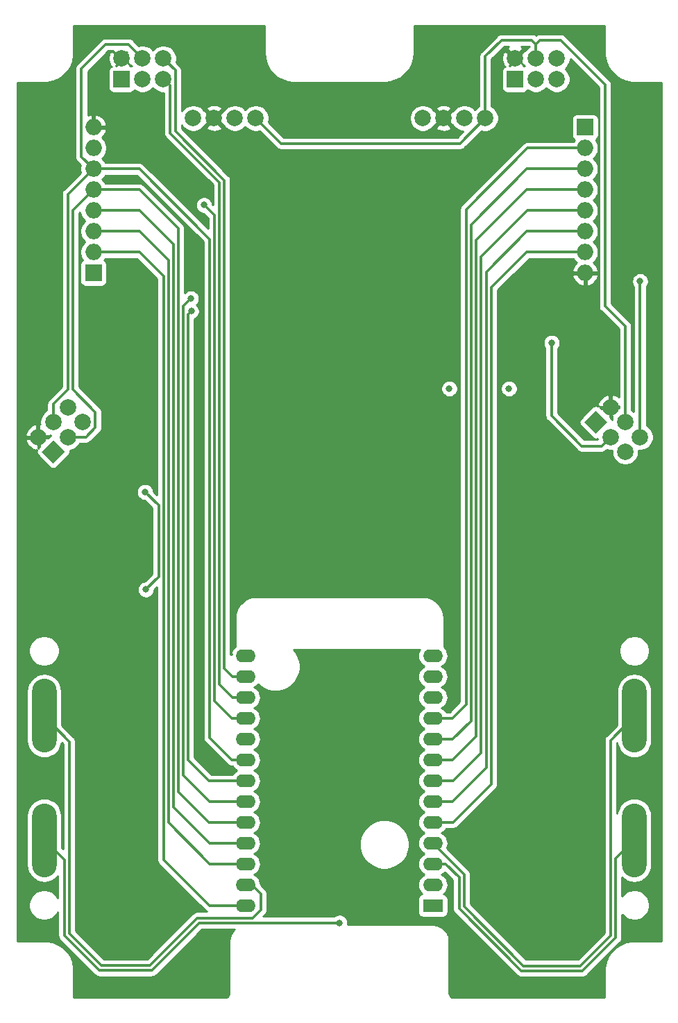
<source format=gbr>
%TF.GenerationSoftware,KiCad,Pcbnew,(5.1.6)-1*%
%TF.CreationDate,2020-10-27T18:50:36+11:00*%
%TF.ProjectId,swag-badge,73776167-2d62-4616-9467-652e6b696361,rev?*%
%TF.SameCoordinates,PX2d4cae0PY916f720*%
%TF.FileFunction,Copper,L2,Bot*%
%TF.FilePolarity,Positive*%
%FSLAX46Y46*%
G04 Gerber Fmt 4.6, Leading zero omitted, Abs format (unit mm)*
G04 Created by KiCad (PCBNEW (5.1.6)-1) date 2020-10-27 18:50:36*
%MOMM*%
%LPD*%
G01*
G04 APERTURE LIST*
%TA.AperFunction,ComponentPad*%
%ADD10C,2.000000*%
%TD*%
%TA.AperFunction,ComponentPad*%
%ADD11C,0.100000*%
%TD*%
%TA.AperFunction,ComponentPad*%
%ADD12O,2.400000X1.600000*%
%TD*%
%TA.AperFunction,ComponentPad*%
%ADD13R,2.400000X1.600000*%
%TD*%
%TA.AperFunction,ComponentPad*%
%ADD14R,2.000000X2.000000*%
%TD*%
%TA.AperFunction,ComponentPad*%
%ADD15O,2.000000X2.000000*%
%TD*%
%TA.AperFunction,SMDPad,CuDef*%
%ADD16O,3.000000X9.000000*%
%TD*%
%TA.AperFunction,ViaPad*%
%ADD17C,0.800000*%
%TD*%
%TA.AperFunction,Conductor*%
%ADD18C,0.300000*%
%TD*%
%TA.AperFunction,Conductor*%
%ADD19C,0.254000*%
%TD*%
G04 APERTURE END LIST*
D10*
%TO.P,J1,4*%
%TO.N,/GPIO5*%
X32310000Y110500000D03*
%TO.P,J1,3*%
%TO.N,/GPIO4*%
X29770000Y110500000D03*
%TO.P,J1,2*%
%TO.N,+3V3*%
X27230000Y110500000D03*
%TO.P,J1,1*%
%TO.N,GND*%
X24690000Y110500000D03*
%TD*%
%TO.P,J2,4*%
%TO.N,/GPIO5*%
X60310000Y110500000D03*
%TO.P,J2,3*%
%TO.N,/GPIO4*%
X57770000Y110500000D03*
%TO.P,J2,2*%
%TO.N,+3V3*%
X55230000Y110500000D03*
%TO.P,J2,1*%
%TO.N,GND*%
X52690000Y110500000D03*
%TD*%
%TO.P,J6,3*%
%TO.N,/GPIO18*%
X9398026Y75194077D03*
%TO.P,J6,4*%
%TO.N,/GPIO23*%
X11194077Y73398026D03*
%TO.P,J6,2*%
%TO.N,/GPIO5*%
X7601974Y73398026D03*
%TO.P,J6,5*%
%TO.N,/GPIO4*%
X9398026Y71601974D03*
%TA.AperFunction,ComponentPad*%
D11*
%TO.P,J6,6*%
%TO.N,GND*%
G36*
X9016188Y69805923D02*
G01*
X7601974Y68391709D01*
X6187760Y69805923D01*
X7601974Y71220137D01*
X9016188Y69805923D01*
G37*
%TD.AperFunction*%
D10*
%TO.P,J6,1*%
%TO.N,+3V3*%
X5805923Y71601974D03*
%TD*%
D12*
%TO.P,J7,14*%
%TO.N,+3V3*%
X31070000Y44910000D03*
%TO.P,J7,15*%
%TO.N,/GPIO22*%
X31070000Y42370000D03*
%TO.P,J7,16*%
%TO.N,/GPIO19*%
X31070000Y39830000D03*
%TO.P,J7,17*%
%TO.N,/GPIO23*%
X31070000Y37290000D03*
%TO.P,J7,18*%
%TO.N,/GPIO18*%
X31070000Y34750000D03*
%TO.P,J7,19*%
%TO.N,/GPIO5*%
X31070000Y32210000D03*
%TO.P,J7,20*%
%TO.N,/GPIO17*%
X31070000Y29670000D03*
%TO.P,J7,21*%
%TO.N,/GPIO16*%
X31070000Y27130000D03*
%TO.P,J7,22*%
%TO.N,/GPIO4*%
X31070000Y24590000D03*
%TO.P,J7,23*%
%TO.N,/GPIO0*%
X31070000Y22050000D03*
%TO.P,J7,24*%
%TO.N,/GPIO2*%
X31070000Y19510000D03*
%TO.P,J7,25*%
%TO.N,/GPIO15*%
X31070000Y16970000D03*
%TO.P,J7,26*%
%TO.N,/GPIO13*%
X31070000Y14430000D03*
%TO.P,J7,13*%
%TO.N,/VP*%
X53930000Y44910000D03*
%TO.P,J7,12*%
%TO.N,/VN*%
X53930000Y42370000D03*
%TO.P,J7,11*%
%TO.N,/EN*%
X53930000Y39830000D03*
%TO.P,J7,10*%
%TO.N,/GPIO34*%
X53930000Y37290000D03*
%TO.P,J7,9*%
%TO.N,/GPIO35*%
X53930000Y34750000D03*
%TO.P,J7,8*%
%TO.N,/GPIO32*%
X53930000Y32210000D03*
%TO.P,J7,7*%
%TO.N,/GPIO33*%
X53930000Y29670000D03*
%TO.P,J7,6*%
%TO.N,/GPIO25*%
X53930000Y27130000D03*
%TO.P,J7,5*%
%TO.N,/GPIO26*%
X53930000Y24590000D03*
%TO.P,J7,4*%
%TO.N,/GPIO27*%
X53930000Y22050000D03*
%TO.P,J7,3*%
%TO.N,/GPIO14*%
X53930000Y19510000D03*
%TO.P,J7,2*%
%TO.N,/GPIO12*%
X53930000Y16970000D03*
D13*
%TO.P,J7,1*%
%TO.N,GND*%
X53930000Y14430000D03*
%TD*%
D10*
%TO.P,J4,3*%
%TO.N,/GPIO22*%
X21040000Y117770000D03*
%TO.P,J4,4*%
%TO.N,/GPIO19*%
X21040000Y115230000D03*
%TO.P,J4,2*%
%TO.N,/GPIO5*%
X18500000Y117770000D03*
%TO.P,J4,5*%
%TO.N,/GPIO4*%
X18500000Y115230000D03*
D14*
%TO.P,J4,6*%
%TO.N,GND*%
X15960000Y115230000D03*
D10*
%TO.P,J4,1*%
%TO.N,+3V3*%
X15960000Y117770000D03*
%TD*%
%TO.P,J5,3*%
%TO.N,/GPIO26*%
X79194077Y71601974D03*
%TO.P,J5,4*%
%TO.N,/GPIO25*%
X77398026Y69805923D03*
%TO.P,J5,2*%
%TO.N,/GPIO5*%
X77398026Y73398026D03*
%TO.P,J5,5*%
%TO.N,/GPIO4*%
X75601974Y71601974D03*
%TA.AperFunction,ComponentPad*%
D11*
%TO.P,J5,6*%
%TO.N,GND*%
G36*
X73805923Y71983812D02*
G01*
X72391709Y73398026D01*
X73805923Y74812240D01*
X75220137Y73398026D01*
X73805923Y71983812D01*
G37*
%TD.AperFunction*%
D10*
%TO.P,J5,1*%
%TO.N,+3V3*%
X75601974Y75194077D03*
%TD*%
%TO.P,J3,3*%
%TO.N,/GPIO32*%
X69040000Y117770000D03*
%TO.P,J3,4*%
%TO.N,/GPIO33*%
X69040000Y115230000D03*
%TO.P,J3,2*%
%TO.N,/GPIO5*%
X66500000Y117770000D03*
%TO.P,J3,5*%
%TO.N,/GPIO4*%
X66500000Y115230000D03*
D14*
%TO.P,J3,6*%
%TO.N,GND*%
X63960000Y115230000D03*
D10*
%TO.P,J3,1*%
%TO.N,+3V3*%
X63960000Y117770000D03*
%TD*%
D14*
%TO.P,J12,1*%
%TO.N,GND*%
X12500000Y91610000D03*
D15*
%TO.P,J12,2*%
%TO.N,/GPIO13*%
X12500000Y94150000D03*
%TO.P,J12,3*%
%TO.N,/GPIO2*%
X12500000Y96690000D03*
%TO.P,J12,4*%
%TO.N,/GPIO0*%
X12500000Y99230000D03*
%TO.P,J12,5*%
%TO.N,/GPIO4*%
X12500000Y101770000D03*
%TO.P,J12,6*%
%TO.N,/GPIO5*%
X12500000Y104310000D03*
%TO.P,J12,7*%
%TO.N,/GPIO18*%
X12500000Y106850000D03*
%TO.P,J12,8*%
%TO.N,+3V3*%
X12500000Y109390000D03*
%TD*%
D14*
%TO.P,J13,1*%
%TO.N,GND*%
X72500000Y109390000D03*
D15*
%TO.P,J13,2*%
%TO.N,/GPIO34*%
X72500000Y106850000D03*
%TO.P,J13,3*%
%TO.N,/GPIO35*%
X72500000Y104310000D03*
%TO.P,J13,4*%
%TO.N,/GPIO32*%
X72500000Y101770000D03*
%TO.P,J13,5*%
%TO.N,/GPIO33*%
X72500000Y99230000D03*
%TO.P,J13,6*%
%TO.N,/GPIO25*%
X72500000Y96690000D03*
%TO.P,J13,7*%
%TO.N,/GPIO26*%
X72500000Y94150000D03*
%TO.P,J13,8*%
%TO.N,+3V3*%
X72500000Y91610000D03*
%TD*%
D16*
%TO.P,J8,1*%
%TO.N,/GPIO27*%
X78500000Y37600000D03*
%TD*%
%TO.P,J9,1*%
%TO.N,/GPIO14*%
X78500000Y22400000D03*
%TD*%
%TO.P,J10,1*%
%TO.N,/GPIO15*%
X6500000Y37600000D03*
%TD*%
%TO.P,J11,1*%
%TO.N,/GPIO12*%
X6500000Y22400000D03*
%TD*%
D17*
%TO.N,*%
X55930000Y77500000D03*
X63200000Y77500000D03*
%TO.N,+3V3*%
X13580000Y60490000D03*
X14750000Y59320000D03*
X15965000Y58105000D03*
X17215000Y56855000D03*
X29800000Y56850000D03*
X26800000Y107300000D03*
X20500000Y107300000D03*
X25400000Y56855000D03*
%TO.N,/GPIO4*%
X68400000Y83100000D03*
%TO.N,/GPIO18*%
X18800000Y64900000D03*
X18900000Y53000000D03*
%TO.N,/GPIO23*%
X26000000Y99900000D03*
%TO.N,/GPIO17*%
X24440000Y86950000D03*
%TO.N,/GPIO16*%
X24400000Y88500000D03*
%TO.N,/GPIO15*%
X6500000Y37500000D03*
%TO.N,/GPIO27*%
X78500000Y37500000D03*
%TO.N,/GPIO14*%
X78500000Y22500000D03*
%TO.N,/GPIO12*%
X6500000Y22500000D03*
X42530000Y12330000D03*
%TO.N,/GPIO26*%
X79200000Y90600000D03*
%TD*%
D18*
%TO.N,/GPIO4*%
X57770000Y110500000D02*
X58163998Y110500000D01*
X26610000Y24590000D02*
X31070000Y24590000D01*
X22860030Y97039970D02*
X22860030Y28339970D01*
X12500000Y101770000D02*
X18130000Y101770000D01*
X22860030Y28339970D02*
X26610000Y24590000D01*
X18130000Y101770000D02*
X22860030Y97039970D01*
X68400000Y74200000D02*
X72100000Y70500000D01*
X68400000Y83100000D02*
X68400000Y74200000D01*
X74500000Y70500000D02*
X75601974Y71601974D01*
X72100000Y70500000D02*
X74500000Y70500000D01*
X11601974Y71601974D02*
X9398026Y71601974D01*
X10000000Y99270000D02*
X10000000Y77400000D01*
X10000000Y77400000D02*
X12750000Y74650000D01*
X12500000Y101770000D02*
X10000000Y99270000D01*
X12750000Y74650000D02*
X12750000Y72750000D01*
X12750000Y72750000D02*
X11601974Y71601974D01*
%TO.N,/GPIO5*%
X17049999Y119220001D02*
X18500000Y117770000D01*
X11049999Y105760001D02*
X11049999Y116549999D01*
X14000000Y119500000D02*
X16770000Y119500000D01*
X12500000Y104310000D02*
X11049999Y105760001D01*
X11049999Y116549999D02*
X14000000Y119500000D01*
X16770000Y119500000D02*
X17049999Y119220001D01*
X66500000Y117770000D02*
X66500000Y119500000D01*
X66500000Y119500000D02*
X66000000Y120000000D01*
X60310000Y118010000D02*
X62300000Y120000000D01*
X60310000Y110500000D02*
X60310000Y118010000D01*
X66000000Y120000000D02*
X62300000Y120000000D01*
X18090000Y104310000D02*
X12500000Y104310000D01*
X26669970Y95730030D02*
X18090000Y104310000D01*
X26669970Y34930030D02*
X26669970Y95730030D01*
X31070000Y32210000D02*
X29390000Y32210000D01*
X29390000Y32210000D02*
X26669970Y34930030D01*
X60310000Y110500000D02*
X57210000Y107400000D01*
X35410000Y107400000D02*
X32310000Y110500000D01*
X57210000Y107400000D02*
X35410000Y107400000D01*
X67000000Y120000000D02*
X69500000Y120000000D01*
X66500000Y119500000D02*
X67000000Y120000000D01*
X69500000Y120000000D02*
X74940000Y114560000D01*
X74940000Y114560000D02*
X74940000Y87560000D01*
X74940000Y87560000D02*
X77398026Y85101974D01*
X77398026Y85101974D02*
X77398026Y73398026D01*
X7601974Y75201974D02*
X7601974Y73398026D01*
X12500000Y104310000D02*
X9399990Y101209990D01*
X9399990Y77399990D02*
X7601974Y75601974D01*
X9399990Y101209990D02*
X9399990Y77399990D01*
X7601974Y75601974D02*
X7601974Y75201974D01*
%TO.N,/GPIO32*%
X72500000Y101770000D02*
X65370000Y101770000D01*
X59180020Y95580020D02*
X59180020Y95419980D01*
X65370000Y101770000D02*
X59180020Y95580020D01*
X53930000Y32210000D02*
X56310000Y32210000D01*
X56310000Y32210000D02*
X59180020Y35080020D01*
X59180020Y35080020D02*
X59180020Y35219980D01*
X59180020Y35219980D02*
X59180020Y95419980D01*
%TO.N,/GPIO33*%
X56370000Y29670000D02*
X53930000Y29670000D01*
X59780030Y93580030D02*
X59780030Y33080030D01*
X59780030Y33080030D02*
X56370000Y29670000D01*
X72500000Y99230000D02*
X65430000Y99230000D01*
X65430000Y99230000D02*
X59780030Y93580030D01*
%TO.N,/GPIO18*%
X12500000Y106456002D02*
X12500000Y106850000D01*
X20459990Y54559990D02*
X18900000Y53000000D01*
X18800000Y64900000D02*
X20459990Y63240010D01*
X20459990Y63240010D02*
X20459990Y54559990D01*
%TO.N,/GPIO23*%
X27269980Y39430020D02*
X27269980Y98630020D01*
X27269980Y98630020D02*
X26000000Y99900000D01*
X31070000Y37290000D02*
X29410000Y37290000D01*
X29410000Y37290000D02*
X27269980Y39430020D01*
%TO.N,/GPIO19*%
X21889991Y114510009D02*
X21170000Y115230000D01*
X29470000Y39830000D02*
X27869990Y41430010D01*
X27869990Y102681468D02*
X21889991Y108661467D01*
X21889991Y108661467D02*
X21889991Y114510009D01*
X21170000Y115230000D02*
X21040000Y115230000D01*
X31070000Y39830000D02*
X29470000Y39830000D01*
X27869990Y41430010D02*
X27869990Y102681468D01*
%TO.N,/GPIO22*%
X21040000Y117770000D02*
X22490001Y116319999D01*
X28470000Y102930000D02*
X22490001Y108909999D01*
X22490001Y116319999D02*
X22490001Y108990001D01*
X22490001Y108909999D02*
X22490001Y108990001D01*
X31070000Y42370000D02*
X29440000Y42370000D01*
X29440000Y42370000D02*
X28470000Y43340000D01*
X28470000Y43340000D02*
X28470000Y102930000D01*
%TO.N,/GPIO17*%
X24060050Y86570050D02*
X24440000Y86950000D01*
X24060050Y32239950D02*
X24060050Y86570050D01*
X31070000Y29670000D02*
X26630000Y29670000D01*
X26630000Y29670000D02*
X24060050Y32239950D01*
%TO.N,/GPIO16*%
X31070000Y27130000D02*
X31060000Y27130000D01*
X23460040Y30339960D02*
X26670000Y27130000D01*
X26670000Y27130000D02*
X31070000Y27130000D01*
X24400000Y88500000D02*
X23460040Y87560040D01*
X23460040Y87560040D02*
X23460040Y30339960D01*
%TO.N,/GPIO15*%
X31630000Y16970000D02*
X31070000Y16970000D01*
X6500000Y37500000D02*
X9560000Y34440000D01*
X9560000Y34440000D02*
X9560000Y11040000D01*
X9560000Y11040000D02*
X13479990Y7120010D01*
X13479990Y7120010D02*
X13878532Y7120010D01*
X19374690Y7120010D02*
X19320010Y7120010D01*
X25184690Y12930010D02*
X19374690Y7120010D01*
X31937791Y12930010D02*
X25184690Y12930010D01*
X13878532Y7120010D02*
X19320010Y7120010D01*
X32920010Y13912229D02*
X31937791Y12930010D01*
X31830000Y16970000D02*
X32920010Y15879990D01*
X32920010Y15879990D02*
X32920010Y13912229D01*
%TO.N,/GPIO27*%
X53930000Y22050000D02*
X53272916Y22050000D01*
X75600000Y34600000D02*
X78500000Y37500000D01*
X75609990Y23710010D02*
X75600000Y23720000D01*
X75600000Y23720000D02*
X75600000Y34600000D01*
X75609990Y10768532D02*
X75609990Y23710010D01*
X53930000Y22050000D02*
X57720000Y18260000D01*
X71931468Y7090010D02*
X72120729Y7279271D01*
X72120729Y7279271D02*
X75609990Y10768532D01*
X64949990Y7090010D02*
X57720000Y14320000D01*
X66690010Y7090010D02*
X64949990Y7090010D01*
X66690010Y7090010D02*
X71931468Y7090010D01*
X57720000Y18260000D02*
X57720000Y14320000D01*
%TO.N,/GPIO14*%
X55490000Y19510000D02*
X53930000Y19510000D01*
X57119990Y17880010D02*
X55490000Y19510000D01*
X57119990Y14071468D02*
X57119990Y17880010D01*
X78500000Y22500000D02*
X76210000Y20210000D01*
X76209999Y10519999D02*
X72180000Y6490000D01*
X76210000Y20210000D02*
X76209999Y10519999D01*
X72180000Y6490000D02*
X64701457Y6490001D01*
X64701457Y6490001D02*
X57119990Y14071468D01*
%TO.N,/GPIO12*%
X30733222Y12330000D02*
X42470000Y12330000D01*
X25433222Y12330000D02*
X30733222Y12330000D01*
X19623222Y6520000D02*
X19651611Y6548389D01*
X13231458Y6520000D02*
X19623222Y6520000D01*
X19651611Y6548389D02*
X25433222Y12330000D01*
X6500000Y22500000D02*
X8959990Y20040010D01*
X8959990Y20040010D02*
X8959991Y10791467D01*
X8959991Y10791467D02*
X13231458Y6520000D01*
%TO.N,/GPIO0*%
X22260020Y26439980D02*
X26650000Y22050000D01*
X12500000Y99230000D02*
X18170000Y99230000D01*
X26650000Y22050000D02*
X31070000Y22050000D01*
X22260020Y95139980D02*
X22260020Y26439980D01*
X18170000Y99230000D02*
X22260020Y95139980D01*
%TO.N,/GPIO2*%
X31070000Y19510000D02*
X30420000Y19510000D01*
X26690000Y19510000D02*
X31070000Y19510000D01*
X21660010Y24539990D02*
X26690000Y19510000D01*
X12500000Y96690000D02*
X18110000Y96690000D01*
X21660010Y93139990D02*
X21660010Y24539990D01*
X18110000Y96690000D02*
X21660010Y93139990D01*
%TO.N,/GPIO13*%
X26670000Y14430000D02*
X31070000Y14430000D01*
X21060000Y20040000D02*
X26670000Y14430000D01*
X21060000Y91240000D02*
X21060000Y20040000D01*
X12500000Y94150000D02*
X18150000Y94150000D01*
X18150000Y94150000D02*
X21060000Y91240000D01*
%TO.N,/GPIO34*%
X56280000Y37290000D02*
X57980000Y38990000D01*
X53930000Y37290000D02*
X56280000Y37290000D01*
X72500000Y106850000D02*
X65450000Y106850000D01*
X57980000Y99380000D02*
X57980000Y99220000D01*
X57980000Y38990000D02*
X57980000Y99220000D01*
X65450000Y106850000D02*
X57980000Y99380000D01*
%TO.N,/GPIO35*%
X58580010Y36980010D02*
X56350000Y34750000D01*
X58580010Y97480010D02*
X58580010Y36980010D01*
X56350000Y34750000D02*
X53930000Y34750000D01*
X72500000Y104310000D02*
X65410000Y104310000D01*
X65410000Y104310000D02*
X58580010Y97480010D01*
%TO.N,/GPIO25*%
X72500000Y96690000D02*
X65390000Y96690000D01*
X60430000Y91730000D02*
X60430000Y91630000D01*
X65390000Y96690000D02*
X60430000Y91730000D01*
X53930000Y27130000D02*
X56330000Y27130000D01*
X56330000Y27130000D02*
X60430000Y31230000D01*
X60430000Y31230000D02*
X60430000Y91630000D01*
%TO.N,/GPIO26*%
X56390000Y24590000D02*
X53930000Y24590000D01*
X65350000Y94150000D02*
X61030000Y89830000D01*
X72500000Y94150000D02*
X65350000Y94150000D01*
X61030010Y29230010D02*
X56390000Y24590000D01*
X61030000Y89830000D02*
X61030000Y31540000D01*
X61030000Y31540000D02*
X61030010Y31540010D01*
X61030010Y31540010D02*
X61030010Y29230010D01*
X79194077Y90594077D02*
X79200000Y90600000D01*
X79200000Y71607897D02*
X79194077Y71601974D01*
X79200000Y90600000D02*
X79200000Y71607897D01*
%TD*%
D19*
%TO.N,+3V3*%
G36*
X33373000Y118678178D02*
G01*
X33355451Y118500000D01*
X33425480Y117788984D01*
X33632876Y117105291D01*
X33969668Y116475197D01*
X34422915Y115922915D01*
X34975197Y115469668D01*
X35605291Y115132876D01*
X36288984Y114925480D01*
X36821822Y114873000D01*
X48178178Y114873000D01*
X48711016Y114925480D01*
X49394709Y115132876D01*
X50024803Y115469668D01*
X50577085Y115922915D01*
X51030332Y116475197D01*
X51367124Y117105291D01*
X51574520Y117788984D01*
X51644549Y118500000D01*
X51627000Y118678178D01*
X51627000Y121790000D01*
X74873000Y121790000D01*
X74873000Y118142772D01*
X75012383Y117442043D01*
X75285794Y116781971D01*
X75682725Y116187922D01*
X76187922Y115682725D01*
X76781971Y115285794D01*
X77442043Y115012383D01*
X78142772Y114873000D01*
X81790001Y114873000D01*
X81790000Y10127000D01*
X78142772Y10127000D01*
X77442043Y9987617D01*
X76781971Y9714206D01*
X76187922Y9317275D01*
X75682725Y8812078D01*
X75285794Y8218029D01*
X75012383Y7557957D01*
X74873000Y6857228D01*
X74873000Y3210000D01*
X56504720Y3210000D01*
X56361891Y3224005D01*
X56257901Y3255401D01*
X56161987Y3306399D01*
X56077801Y3375059D01*
X56008561Y3458757D01*
X55956895Y3554311D01*
X55924773Y3658078D01*
X55910000Y3798641D01*
X55910000Y10154877D01*
X55906993Y10185413D01*
X55907047Y10193214D01*
X55906080Y10203080D01*
X55880172Y10449583D01*
X55867236Y10512601D01*
X55855174Y10575833D01*
X55852308Y10585323D01*
X55779013Y10822099D01*
X55754084Y10881403D01*
X55729971Y10941085D01*
X55725317Y10949837D01*
X55607429Y11167867D01*
X55571459Y11221195D01*
X55536207Y11275065D01*
X55529941Y11282747D01*
X55371949Y11473727D01*
X55326294Y11519064D01*
X55281264Y11565047D01*
X55273626Y11571366D01*
X55081548Y11728021D01*
X55027959Y11763625D01*
X54974850Y11799989D01*
X54966130Y11804704D01*
X54747283Y11921066D01*
X54687792Y11945587D01*
X54628643Y11970938D01*
X54619173Y11973869D01*
X54619175Y11973869D01*
X54619167Y11973871D01*
X54381892Y12045509D01*
X54318795Y12058003D01*
X54255821Y12071388D01*
X54245966Y12072424D01*
X54245962Y12072424D01*
X54000014Y12096539D01*
X53964877Y12100000D01*
X43539527Y12100000D01*
X43565000Y12228061D01*
X43565000Y12431939D01*
X43525226Y12631898D01*
X43447205Y12820256D01*
X43333937Y12989774D01*
X43189774Y13133937D01*
X43020256Y13247205D01*
X42831898Y13325226D01*
X42631939Y13365000D01*
X42428061Y13365000D01*
X42228102Y13325226D01*
X42039744Y13247205D01*
X41870226Y13133937D01*
X41851289Y13115000D01*
X33232939Y13115000D01*
X33447825Y13329886D01*
X33477774Y13354465D01*
X33575872Y13473996D01*
X33648764Y13610369D01*
X33693651Y13758342D01*
X33705010Y13873668D01*
X33705010Y13873675D01*
X33708807Y13912228D01*
X33705010Y13950781D01*
X33705010Y15841435D01*
X33708807Y15879990D01*
X33705010Y15918550D01*
X33705010Y15918551D01*
X33700516Y15964175D01*
X33693652Y16033877D01*
X33648764Y16181850D01*
X33641009Y16196359D01*
X33575872Y16318223D01*
X33477774Y16437754D01*
X33447827Y16462331D01*
X32908860Y17001297D01*
X32884236Y17251309D01*
X32802182Y17521808D01*
X32668932Y17771101D01*
X32489608Y17989608D01*
X32271101Y18168932D01*
X32138142Y18240000D01*
X32271101Y18311068D01*
X32489608Y18490392D01*
X32668932Y18708899D01*
X32802182Y18958192D01*
X32884236Y19228691D01*
X32911943Y19510000D01*
X32884236Y19791309D01*
X32802182Y20061808D01*
X32668932Y20311101D01*
X32489608Y20529608D01*
X32271101Y20708932D01*
X32138142Y20780000D01*
X32271101Y20851068D01*
X32489608Y21030392D01*
X32668932Y21248899D01*
X32802182Y21498192D01*
X32884236Y21768691D01*
X32911943Y22050000D01*
X32897276Y22198921D01*
X44965000Y22198921D01*
X44965000Y21601079D01*
X45081633Y21014723D01*
X45310418Y20462388D01*
X45642562Y19965300D01*
X46065300Y19542562D01*
X46562388Y19210418D01*
X47114723Y18981633D01*
X47701079Y18865000D01*
X48298921Y18865000D01*
X48885277Y18981633D01*
X49437612Y19210418D01*
X49934700Y19542562D01*
X50357438Y19965300D01*
X50689582Y20462388D01*
X50918367Y21014723D01*
X51035000Y21601079D01*
X51035000Y22198921D01*
X50918367Y22785277D01*
X50689582Y23337612D01*
X50357438Y23834700D01*
X49934700Y24257438D01*
X49437612Y24589582D01*
X48885277Y24818367D01*
X48298921Y24935000D01*
X47701079Y24935000D01*
X47114723Y24818367D01*
X46562388Y24589582D01*
X46065300Y24257438D01*
X45642562Y23834700D01*
X45310418Y23337612D01*
X45081633Y22785277D01*
X44965000Y22198921D01*
X32897276Y22198921D01*
X32884236Y22331309D01*
X32802182Y22601808D01*
X32668932Y22851101D01*
X32489608Y23069608D01*
X32271101Y23248932D01*
X32138142Y23320000D01*
X32271101Y23391068D01*
X32489608Y23570392D01*
X32668932Y23788899D01*
X32802182Y24038192D01*
X32884236Y24308691D01*
X32911943Y24590000D01*
X32884236Y24871309D01*
X32802182Y25141808D01*
X32668932Y25391101D01*
X32489608Y25609608D01*
X32271101Y25788932D01*
X32138142Y25860000D01*
X32271101Y25931068D01*
X32489608Y26110392D01*
X32668932Y26328899D01*
X32802182Y26578192D01*
X32884236Y26848691D01*
X32911943Y27130000D01*
X32884236Y27411309D01*
X32802182Y27681808D01*
X32668932Y27931101D01*
X32489608Y28149608D01*
X32271101Y28328932D01*
X32138142Y28400000D01*
X32271101Y28471068D01*
X32489608Y28650392D01*
X32668932Y28868899D01*
X32802182Y29118192D01*
X32884236Y29388691D01*
X32911943Y29670000D01*
X32884236Y29951309D01*
X32802182Y30221808D01*
X32668932Y30471101D01*
X32489608Y30689608D01*
X32271101Y30868932D01*
X32138142Y30940000D01*
X32271101Y31011068D01*
X32489608Y31190392D01*
X32668932Y31408899D01*
X32802182Y31658192D01*
X32884236Y31928691D01*
X32911943Y32210000D01*
X32884236Y32491309D01*
X32802182Y32761808D01*
X32668932Y33011101D01*
X32489608Y33229608D01*
X32271101Y33408932D01*
X32138142Y33480000D01*
X32271101Y33551068D01*
X32489608Y33730392D01*
X32668932Y33948899D01*
X32802182Y34198192D01*
X32884236Y34468691D01*
X32911943Y34750000D01*
X32884236Y35031309D01*
X32802182Y35301808D01*
X32668932Y35551101D01*
X32489608Y35769608D01*
X32271101Y35948932D01*
X32138142Y36020000D01*
X32271101Y36091068D01*
X32489608Y36270392D01*
X32668932Y36488899D01*
X32802182Y36738192D01*
X32884236Y37008691D01*
X32911943Y37290000D01*
X32884236Y37571309D01*
X32802182Y37841808D01*
X32668932Y38091101D01*
X32489608Y38309608D01*
X32271101Y38488932D01*
X32138142Y38560000D01*
X32271101Y38631068D01*
X32489608Y38810392D01*
X32668932Y39028899D01*
X32802182Y39278192D01*
X32884236Y39548691D01*
X32911943Y39830000D01*
X32884236Y40111309D01*
X32802182Y40381808D01*
X32668932Y40631101D01*
X32489608Y40849608D01*
X32271101Y41028932D01*
X32138142Y41100000D01*
X32271101Y41171068D01*
X32489608Y41350392D01*
X32565273Y41442589D01*
X32765300Y41242562D01*
X33262388Y40910418D01*
X33814723Y40681633D01*
X34401079Y40565000D01*
X34998921Y40565000D01*
X35585277Y40681633D01*
X36137612Y40910418D01*
X36634700Y41242562D01*
X37057438Y41665300D01*
X37389582Y42162388D01*
X37618367Y42714723D01*
X37735000Y43301079D01*
X37735000Y43898921D01*
X37618367Y44485277D01*
X37389582Y45037612D01*
X37057438Y45534700D01*
X36893737Y45698401D01*
X52324280Y45698401D01*
X52197818Y45461808D01*
X52115764Y45191309D01*
X52088057Y44910000D01*
X52115764Y44628691D01*
X52197818Y44358192D01*
X52331068Y44108899D01*
X52510392Y43890392D01*
X52728899Y43711068D01*
X52861858Y43640000D01*
X52728899Y43568932D01*
X52510392Y43389608D01*
X52331068Y43171101D01*
X52197818Y42921808D01*
X52115764Y42651309D01*
X52088057Y42370000D01*
X52115764Y42088691D01*
X52197818Y41818192D01*
X52331068Y41568899D01*
X52510392Y41350392D01*
X52728899Y41171068D01*
X52861858Y41100000D01*
X52728899Y41028932D01*
X52510392Y40849608D01*
X52331068Y40631101D01*
X52197818Y40381808D01*
X52115764Y40111309D01*
X52088057Y39830000D01*
X52115764Y39548691D01*
X52197818Y39278192D01*
X52331068Y39028899D01*
X52510392Y38810392D01*
X52728899Y38631068D01*
X52861858Y38560000D01*
X52728899Y38488932D01*
X52510392Y38309608D01*
X52331068Y38091101D01*
X52197818Y37841808D01*
X52115764Y37571309D01*
X52088057Y37290000D01*
X52115764Y37008691D01*
X52197818Y36738192D01*
X52331068Y36488899D01*
X52510392Y36270392D01*
X52728899Y36091068D01*
X52861858Y36020000D01*
X52728899Y35948932D01*
X52510392Y35769608D01*
X52331068Y35551101D01*
X52197818Y35301808D01*
X52115764Y35031309D01*
X52088057Y34750000D01*
X52115764Y34468691D01*
X52197818Y34198192D01*
X52331068Y33948899D01*
X52510392Y33730392D01*
X52728899Y33551068D01*
X52861858Y33480000D01*
X52728899Y33408932D01*
X52510392Y33229608D01*
X52331068Y33011101D01*
X52197818Y32761808D01*
X52115764Y32491309D01*
X52088057Y32210000D01*
X52115764Y31928691D01*
X52197818Y31658192D01*
X52331068Y31408899D01*
X52510392Y31190392D01*
X52728899Y31011068D01*
X52861858Y30940000D01*
X52728899Y30868932D01*
X52510392Y30689608D01*
X52331068Y30471101D01*
X52197818Y30221808D01*
X52115764Y29951309D01*
X52088057Y29670000D01*
X52115764Y29388691D01*
X52197818Y29118192D01*
X52331068Y28868899D01*
X52510392Y28650392D01*
X52728899Y28471068D01*
X52861858Y28400000D01*
X52728899Y28328932D01*
X52510392Y28149608D01*
X52331068Y27931101D01*
X52197818Y27681808D01*
X52115764Y27411309D01*
X52088057Y27130000D01*
X52115764Y26848691D01*
X52197818Y26578192D01*
X52331068Y26328899D01*
X52510392Y26110392D01*
X52728899Y25931068D01*
X52861858Y25860000D01*
X52728899Y25788932D01*
X52510392Y25609608D01*
X52331068Y25391101D01*
X52197818Y25141808D01*
X52115764Y24871309D01*
X52088057Y24590000D01*
X52115764Y24308691D01*
X52197818Y24038192D01*
X52331068Y23788899D01*
X52510392Y23570392D01*
X52728899Y23391068D01*
X52861858Y23320000D01*
X52728899Y23248932D01*
X52510392Y23069608D01*
X52331068Y22851101D01*
X52197818Y22601808D01*
X52115764Y22331309D01*
X52088057Y22050000D01*
X52115764Y21768691D01*
X52197818Y21498192D01*
X52331068Y21248899D01*
X52510392Y21030392D01*
X52728899Y20851068D01*
X52861858Y20780000D01*
X52728899Y20708932D01*
X52510392Y20529608D01*
X52331068Y20311101D01*
X52197818Y20061808D01*
X52115764Y19791309D01*
X52088057Y19510000D01*
X52115764Y19228691D01*
X52197818Y18958192D01*
X52331068Y18708899D01*
X52510392Y18490392D01*
X52728899Y18311068D01*
X52861858Y18240000D01*
X52728899Y18168932D01*
X52510392Y17989608D01*
X52331068Y17771101D01*
X52197818Y17521808D01*
X52115764Y17251309D01*
X52088057Y16970000D01*
X52115764Y16688691D01*
X52197818Y16418192D01*
X52331068Y16168899D01*
X52510392Y15950392D01*
X52623482Y15857581D01*
X52605518Y15855812D01*
X52485820Y15819502D01*
X52375506Y15760537D01*
X52278815Y15681185D01*
X52199463Y15584494D01*
X52140498Y15474180D01*
X52104188Y15354482D01*
X52091928Y15230000D01*
X52091928Y13630000D01*
X52104188Y13505518D01*
X52140498Y13385820D01*
X52199463Y13275506D01*
X52278815Y13178815D01*
X52375506Y13099463D01*
X52485820Y13040498D01*
X52605518Y13004188D01*
X52730000Y12991928D01*
X55130000Y12991928D01*
X55254482Y13004188D01*
X55374180Y13040498D01*
X55484494Y13099463D01*
X55581185Y13178815D01*
X55660537Y13275506D01*
X55719502Y13385820D01*
X55755812Y13505518D01*
X55768072Y13630000D01*
X55768072Y15230000D01*
X55755812Y15354482D01*
X55719502Y15474180D01*
X55660537Y15584494D01*
X55581185Y15681185D01*
X55484494Y15760537D01*
X55374180Y15819502D01*
X55254482Y15855812D01*
X55236518Y15857581D01*
X55349608Y15950392D01*
X55528932Y16168899D01*
X55662182Y16418192D01*
X55744236Y16688691D01*
X55771943Y16970000D01*
X55744236Y17251309D01*
X55662182Y17521808D01*
X55528932Y17771101D01*
X55349608Y17989608D01*
X55131101Y18168932D01*
X54998142Y18240000D01*
X55131101Y18311068D01*
X55349608Y18490392D01*
X55372075Y18517768D01*
X56334991Y17554851D01*
X56334990Y14110021D01*
X56331193Y14071468D01*
X56334990Y14032915D01*
X56334990Y14032908D01*
X56346349Y13917582D01*
X56391236Y13769609D01*
X56464128Y13633236D01*
X56562226Y13513704D01*
X56592180Y13489121D01*
X64119119Y5962181D01*
X64143693Y5932238D01*
X64173636Y5907664D01*
X64173644Y5907656D01*
X64263224Y5834140D01*
X64399597Y5761248D01*
X64547569Y5716360D01*
X64701456Y5701204D01*
X64740019Y5705002D01*
X72141447Y5705000D01*
X72180000Y5701203D01*
X72218553Y5705000D01*
X72218560Y5705000D01*
X72333886Y5716359D01*
X72481859Y5761246D01*
X72618232Y5834138D01*
X72678440Y5883550D01*
X72707812Y5907655D01*
X72707815Y5907658D01*
X72737763Y5932236D01*
X72762341Y5962184D01*
X76737819Y9937661D01*
X76767762Y9962235D01*
X76792336Y9992178D01*
X76792344Y9992186D01*
X76865860Y10081766D01*
X76938752Y10218139D01*
X76983640Y10366111D01*
X76998796Y10519998D01*
X76994998Y10558561D01*
X76994999Y13359483D01*
X77035825Y13298382D01*
X77298382Y13035825D01*
X77607118Y12829534D01*
X77950166Y12687439D01*
X78314344Y12615000D01*
X78685656Y12615000D01*
X79049834Y12687439D01*
X79392882Y12829534D01*
X79701618Y13035825D01*
X79964175Y13298382D01*
X80170466Y13607118D01*
X80312561Y13950166D01*
X80385000Y14314344D01*
X80385000Y14685656D01*
X80312561Y15049834D01*
X80170466Y15392882D01*
X79964175Y15701618D01*
X79701618Y15964175D01*
X79392882Y16170466D01*
X79049834Y16312561D01*
X78685656Y16385000D01*
X78314344Y16385000D01*
X77950166Y16312561D01*
X77607118Y16170466D01*
X77298382Y15964175D01*
X77035825Y15701618D01*
X76994999Y15640518D01*
X76995000Y17873194D01*
X77308119Y17616223D01*
X77679018Y17417974D01*
X78081467Y17295892D01*
X78500000Y17254670D01*
X78918532Y17295892D01*
X79320981Y17417974D01*
X79691881Y17616223D01*
X80016977Y17883023D01*
X80283777Y18208119D01*
X80482026Y18579018D01*
X80604108Y18981467D01*
X80635000Y19295118D01*
X80635000Y25504882D01*
X80604108Y25818533D01*
X80482026Y26220982D01*
X80283777Y26591881D01*
X80016977Y26916977D01*
X79691881Y27183777D01*
X79320982Y27382026D01*
X78918533Y27504108D01*
X78500000Y27545330D01*
X78081468Y27504108D01*
X77679019Y27382026D01*
X77308120Y27183777D01*
X76983024Y26916977D01*
X76716224Y26591881D01*
X76517975Y26220982D01*
X76395893Y25818533D01*
X76385000Y25707935D01*
X76385000Y34274843D01*
X76386544Y34276387D01*
X76395893Y34181467D01*
X76517975Y33779018D01*
X76716224Y33408119D01*
X76983024Y33083023D01*
X77308120Y32816223D01*
X77679019Y32617974D01*
X78081468Y32495892D01*
X78500000Y32454670D01*
X78918533Y32495892D01*
X79320982Y32617974D01*
X79691881Y32816223D01*
X80016977Y33083023D01*
X80283777Y33408119D01*
X80482026Y33779018D01*
X80604108Y34181467D01*
X80635000Y34495118D01*
X80635000Y40704882D01*
X80604108Y41018533D01*
X80482026Y41420982D01*
X80283777Y41791881D01*
X80016977Y42116977D01*
X79691881Y42383777D01*
X79320981Y42582026D01*
X78918532Y42704108D01*
X78500000Y42745330D01*
X78081467Y42704108D01*
X77679018Y42582026D01*
X77308119Y42383777D01*
X76983023Y42116977D01*
X76716223Y41791881D01*
X76517974Y41420981D01*
X76395892Y41018532D01*
X76365000Y40704881D01*
X76365001Y36475158D01*
X75072185Y35182342D01*
X75042237Y35157764D01*
X75017659Y35127816D01*
X75017655Y35127812D01*
X74984690Y35087644D01*
X74944139Y35038233D01*
X74922508Y34997764D01*
X74871246Y34901859D01*
X74826359Y34753886D01*
X74811203Y34600000D01*
X74815001Y34561437D01*
X74815000Y23758553D01*
X74811203Y23720000D01*
X74815000Y23681447D01*
X74815000Y23681440D01*
X74824991Y23580003D01*
X74824990Y11093690D01*
X71606311Y7875010D01*
X65275148Y7875010D01*
X58505000Y14645157D01*
X58505000Y18221448D01*
X58508797Y18260001D01*
X58505000Y18298554D01*
X58505000Y18298561D01*
X58493641Y18413887D01*
X58448754Y18561860D01*
X58375862Y18698233D01*
X58277764Y18817764D01*
X58247817Y18842341D01*
X55637724Y21452434D01*
X55662182Y21498192D01*
X55744236Y21768691D01*
X55771943Y22050000D01*
X55744236Y22331309D01*
X55662182Y22601808D01*
X55528932Y22851101D01*
X55349608Y23069608D01*
X55131101Y23248932D01*
X54998142Y23320000D01*
X55131101Y23391068D01*
X55349608Y23570392D01*
X55528932Y23788899D01*
X55537538Y23805000D01*
X56351447Y23805000D01*
X56390000Y23801203D01*
X56428553Y23805000D01*
X56428561Y23805000D01*
X56543887Y23816359D01*
X56691860Y23861246D01*
X56828233Y23934138D01*
X56947764Y24032236D01*
X56972347Y24062190D01*
X61557826Y28647668D01*
X61587774Y28672246D01*
X61685872Y28791777D01*
X61758764Y28928150D01*
X61803651Y29076123D01*
X61815010Y29191449D01*
X61815010Y29191456D01*
X61818807Y29230009D01*
X61815010Y29268562D01*
X61815010Y31501456D01*
X61818807Y31540009D01*
X61815010Y31578562D01*
X61815010Y31578571D01*
X61815000Y31578673D01*
X61815000Y45685656D01*
X76615000Y45685656D01*
X76615000Y45314344D01*
X76687439Y44950166D01*
X76829534Y44607118D01*
X77035825Y44298382D01*
X77298382Y44035825D01*
X77607118Y43829534D01*
X77950166Y43687439D01*
X78314344Y43615000D01*
X78685656Y43615000D01*
X79049834Y43687439D01*
X79392882Y43829534D01*
X79701618Y44035825D01*
X79964175Y44298382D01*
X80170466Y44607118D01*
X80312561Y44950166D01*
X80385000Y45314344D01*
X80385000Y45685656D01*
X80312561Y46049834D01*
X80170466Y46392882D01*
X79964175Y46701618D01*
X79701618Y46964175D01*
X79392882Y47170466D01*
X79049834Y47312561D01*
X78685656Y47385000D01*
X78314344Y47385000D01*
X77950166Y47312561D01*
X77607118Y47170466D01*
X77298382Y46964175D01*
X77035825Y46701618D01*
X76829534Y46392882D01*
X76687439Y46049834D01*
X76615000Y45685656D01*
X61815000Y45685656D01*
X61815000Y77601939D01*
X62165000Y77601939D01*
X62165000Y77398061D01*
X62204774Y77198102D01*
X62282795Y77009744D01*
X62396063Y76840226D01*
X62540226Y76696063D01*
X62709744Y76582795D01*
X62898102Y76504774D01*
X63098061Y76465000D01*
X63301939Y76465000D01*
X63501898Y76504774D01*
X63690256Y76582795D01*
X63859774Y76696063D01*
X64003937Y76840226D01*
X64117205Y77009744D01*
X64195226Y77198102D01*
X64235000Y77398061D01*
X64235000Y77601939D01*
X64195226Y77801898D01*
X64117205Y77990256D01*
X64003937Y78159774D01*
X63859774Y78303937D01*
X63690256Y78417205D01*
X63501898Y78495226D01*
X63301939Y78535000D01*
X63098061Y78535000D01*
X62898102Y78495226D01*
X62709744Y78417205D01*
X62540226Y78303937D01*
X62396063Y78159774D01*
X62282795Y77990256D01*
X62204774Y77801898D01*
X62165000Y77601939D01*
X61815000Y77601939D01*
X61815000Y89504843D01*
X63539723Y91229566D01*
X70909876Y91229566D01*
X70966498Y91042893D01*
X71106601Y90754618D01*
X71300252Y90499215D01*
X71540008Y90286499D01*
X71816656Y90124644D01*
X72119565Y90019871D01*
X72373000Y90138685D01*
X72373000Y91483000D01*
X72627000Y91483000D01*
X72627000Y90138685D01*
X72880435Y90019871D01*
X73183344Y90124644D01*
X73459992Y90286499D01*
X73699748Y90499215D01*
X73893399Y90754618D01*
X74033502Y91042893D01*
X74090124Y91229566D01*
X73970777Y91483000D01*
X72627000Y91483000D01*
X72373000Y91483000D01*
X71029223Y91483000D01*
X70909876Y91229566D01*
X63539723Y91229566D01*
X65675157Y93365000D01*
X71058123Y93365000D01*
X71230013Y93107748D01*
X71457748Y92880013D01*
X71470282Y92871638D01*
X71300252Y92720785D01*
X71106601Y92465382D01*
X70966498Y92177107D01*
X70909876Y91990434D01*
X71029223Y91737000D01*
X72373000Y91737000D01*
X72373000Y91757000D01*
X72627000Y91757000D01*
X72627000Y91737000D01*
X73970777Y91737000D01*
X74090124Y91990434D01*
X74033502Y92177107D01*
X73893399Y92465382D01*
X73699748Y92720785D01*
X73529718Y92871638D01*
X73542252Y92880013D01*
X73769987Y93107748D01*
X73948918Y93375537D01*
X74072168Y93673088D01*
X74135000Y93988967D01*
X74135000Y94311033D01*
X74072168Y94626912D01*
X73948918Y94924463D01*
X73769987Y95192252D01*
X73542252Y95419987D01*
X73542233Y95420000D01*
X73542252Y95420013D01*
X73769987Y95647748D01*
X73948918Y95915537D01*
X74072168Y96213088D01*
X74135000Y96528967D01*
X74135000Y96851033D01*
X74072168Y97166912D01*
X73948918Y97464463D01*
X73769987Y97732252D01*
X73542252Y97959987D01*
X73542233Y97960000D01*
X73542252Y97960013D01*
X73769987Y98187748D01*
X73948918Y98455537D01*
X74072168Y98753088D01*
X74135000Y99068967D01*
X74135000Y99391033D01*
X74072168Y99706912D01*
X73948918Y100004463D01*
X73769987Y100272252D01*
X73542252Y100499987D01*
X73542233Y100500000D01*
X73542252Y100500013D01*
X73769987Y100727748D01*
X73948918Y100995537D01*
X74072168Y101293088D01*
X74135000Y101608967D01*
X74135000Y101931033D01*
X74072168Y102246912D01*
X73948918Y102544463D01*
X73769987Y102812252D01*
X73542252Y103039987D01*
X73542233Y103040000D01*
X73542252Y103040013D01*
X73769987Y103267748D01*
X73948918Y103535537D01*
X74072168Y103833088D01*
X74135000Y104148967D01*
X74135000Y104471033D01*
X74072168Y104786912D01*
X73948918Y105084463D01*
X73769987Y105352252D01*
X73542252Y105579987D01*
X73542233Y105580000D01*
X73542252Y105580013D01*
X73769987Y105807748D01*
X73948918Y106075537D01*
X74072168Y106373088D01*
X74135000Y106688967D01*
X74135000Y107011033D01*
X74072168Y107326912D01*
X73948918Y107624463D01*
X73808370Y107834809D01*
X73854494Y107859463D01*
X73951185Y107938815D01*
X74030537Y108035506D01*
X74089502Y108145820D01*
X74125812Y108265518D01*
X74138072Y108390000D01*
X74138072Y110390000D01*
X74125812Y110514482D01*
X74089502Y110634180D01*
X74030537Y110744494D01*
X73951185Y110841185D01*
X73854494Y110920537D01*
X73744180Y110979502D01*
X73624482Y111015812D01*
X73500000Y111028072D01*
X71500000Y111028072D01*
X71375518Y111015812D01*
X71255820Y110979502D01*
X71145506Y110920537D01*
X71048815Y110841185D01*
X70969463Y110744494D01*
X70910498Y110634180D01*
X70874188Y110514482D01*
X70861928Y110390000D01*
X70861928Y108390000D01*
X70874188Y108265518D01*
X70910498Y108145820D01*
X70969463Y108035506D01*
X71048815Y107938815D01*
X71145506Y107859463D01*
X71191630Y107834809D01*
X71058123Y107635000D01*
X65488552Y107635000D01*
X65449999Y107638797D01*
X65411446Y107635000D01*
X65411439Y107635000D01*
X65310490Y107625057D01*
X65296112Y107623641D01*
X65261672Y107613194D01*
X65148140Y107578754D01*
X65011767Y107505862D01*
X64951559Y107456450D01*
X64922187Y107432345D01*
X64922184Y107432342D01*
X64892236Y107407764D01*
X64867658Y107377816D01*
X57452190Y99962347D01*
X57422236Y99937764D01*
X57324138Y99818232D01*
X57251246Y99681859D01*
X57206359Y99533886D01*
X57195000Y99418560D01*
X57195000Y99418553D01*
X57191203Y99380000D01*
X57195000Y99341447D01*
X57195000Y99181439D01*
X57195001Y99181429D01*
X57195000Y39315158D01*
X55954843Y38075000D01*
X55537538Y38075000D01*
X55528932Y38091101D01*
X55349608Y38309608D01*
X55131101Y38488932D01*
X54998142Y38560000D01*
X55131101Y38631068D01*
X55349608Y38810392D01*
X55528932Y39028899D01*
X55662182Y39278192D01*
X55744236Y39548691D01*
X55771943Y39830000D01*
X55744236Y40111309D01*
X55662182Y40381808D01*
X55528932Y40631101D01*
X55349608Y40849608D01*
X55131101Y41028932D01*
X54998142Y41100000D01*
X55131101Y41171068D01*
X55349608Y41350392D01*
X55528932Y41568899D01*
X55662182Y41818192D01*
X55744236Y42088691D01*
X55771943Y42370000D01*
X55744236Y42651309D01*
X55662182Y42921808D01*
X55528932Y43171101D01*
X55349608Y43389608D01*
X55131101Y43568932D01*
X54998142Y43640000D01*
X55131101Y43711068D01*
X55349608Y43890392D01*
X55528932Y44108899D01*
X55662182Y44358192D01*
X55744236Y44628691D01*
X55771943Y44910000D01*
X55744236Y45191309D01*
X55662182Y45461808D01*
X55528932Y45711101D01*
X55349608Y45929608D01*
X55258822Y46004114D01*
X55258823Y49547394D01*
X55258822Y49547834D01*
X55258776Y49561114D01*
X55258081Y49573949D01*
X55207626Y50053996D01*
X55202642Y50078276D01*
X55061138Y50535400D01*
X55051533Y50558249D01*
X54823937Y50979178D01*
X54810077Y50999727D01*
X54505056Y51368435D01*
X54487469Y51385900D01*
X54116637Y51688343D01*
X54095992Y51702059D01*
X53673481Y51926711D01*
X53650565Y51936157D01*
X53192466Y52074465D01*
X53168152Y52079279D01*
X52687640Y52126394D01*
X52675247Y52127000D01*
X32359545Y52127000D01*
X32359105Y52126999D01*
X32346111Y52126954D01*
X32333276Y52126259D01*
X31853229Y52075804D01*
X31828949Y52070820D01*
X31371826Y51929316D01*
X31348977Y51919711D01*
X30928048Y51692116D01*
X30907499Y51678256D01*
X30538791Y51373234D01*
X30521326Y51355647D01*
X30218883Y50984815D01*
X30205167Y50964170D01*
X29980515Y50541659D01*
X29971069Y50518743D01*
X29832761Y50060645D01*
X29827947Y50036331D01*
X29780830Y49555799D01*
X29780224Y49543406D01*
X29780224Y46041144D01*
X29767161Y46032601D01*
X29565500Y45834895D01*
X29406285Y45601646D01*
X29295633Y45341818D01*
X29278096Y45259039D01*
X29400084Y45037002D01*
X29255000Y45037002D01*
X29255000Y77601939D01*
X54895000Y77601939D01*
X54895000Y77398061D01*
X54934774Y77198102D01*
X55012795Y77009744D01*
X55126063Y76840226D01*
X55270226Y76696063D01*
X55439744Y76582795D01*
X55628102Y76504774D01*
X55828061Y76465000D01*
X56031939Y76465000D01*
X56231898Y76504774D01*
X56420256Y76582795D01*
X56589774Y76696063D01*
X56733937Y76840226D01*
X56847205Y77009744D01*
X56925226Y77198102D01*
X56965000Y77398061D01*
X56965000Y77601939D01*
X56925226Y77801898D01*
X56847205Y77990256D01*
X56733937Y78159774D01*
X56589774Y78303937D01*
X56420256Y78417205D01*
X56231898Y78495226D01*
X56031939Y78535000D01*
X55828061Y78535000D01*
X55628102Y78495226D01*
X55439744Y78417205D01*
X55270226Y78303937D01*
X55126063Y78159774D01*
X55012795Y77990256D01*
X54934774Y77801898D01*
X54895000Y77601939D01*
X29255000Y77601939D01*
X29255000Y102891444D01*
X29258797Y102930000D01*
X29255000Y102968556D01*
X29255000Y102968561D01*
X29247965Y103039987D01*
X29243642Y103083887D01*
X29198754Y103231860D01*
X29194814Y103239232D01*
X29125862Y103368233D01*
X29027764Y103487764D01*
X28997810Y103512347D01*
X23275001Y109235156D01*
X23275001Y109674774D01*
X23420013Y109457748D01*
X23647748Y109230013D01*
X23915537Y109051082D01*
X24213088Y108927832D01*
X24528967Y108865000D01*
X24851033Y108865000D01*
X25166912Y108927832D01*
X25464463Y109051082D01*
X25732252Y109230013D01*
X25866826Y109364587D01*
X26274192Y109364587D01*
X26369956Y109100186D01*
X26659571Y108959296D01*
X26971108Y108877616D01*
X27292595Y108858282D01*
X27611675Y108902039D01*
X27916088Y109007205D01*
X28090044Y109100186D01*
X28185808Y109364587D01*
X27230000Y110320395D01*
X26274192Y109364587D01*
X25866826Y109364587D01*
X25959987Y109457748D01*
X26032720Y109566600D01*
X26094587Y109544192D01*
X27050395Y110500000D01*
X27409605Y110500000D01*
X28365413Y109544192D01*
X28427280Y109566600D01*
X28500013Y109457748D01*
X28727748Y109230013D01*
X28995537Y109051082D01*
X29293088Y108927832D01*
X29608967Y108865000D01*
X29931033Y108865000D01*
X30246912Y108927832D01*
X30544463Y109051082D01*
X30812252Y109230013D01*
X31039987Y109457748D01*
X31040000Y109457767D01*
X31040013Y109457748D01*
X31267748Y109230013D01*
X31535537Y109051082D01*
X31833088Y108927832D01*
X32148967Y108865000D01*
X32471033Y108865000D01*
X32774483Y108925360D01*
X34827658Y106872184D01*
X34852236Y106842236D01*
X34882184Y106817658D01*
X34882187Y106817655D01*
X34911559Y106793550D01*
X34971767Y106744138D01*
X35108140Y106671246D01*
X35256113Y106626359D01*
X35371439Y106615000D01*
X35371446Y106615000D01*
X35409999Y106611203D01*
X35448552Y106615000D01*
X57171447Y106615000D01*
X57210000Y106611203D01*
X57248553Y106615000D01*
X57248561Y106615000D01*
X57363887Y106626359D01*
X57511860Y106671246D01*
X57648233Y106744138D01*
X57767764Y106842236D01*
X57792347Y106872190D01*
X59845517Y108925360D01*
X60148967Y108865000D01*
X60471033Y108865000D01*
X60786912Y108927832D01*
X61084463Y109051082D01*
X61352252Y109230013D01*
X61579987Y109457748D01*
X61758918Y109725537D01*
X61882168Y110023088D01*
X61945000Y110338967D01*
X61945000Y110661033D01*
X61882168Y110976912D01*
X61758918Y111274463D01*
X61579987Y111542252D01*
X61352252Y111769987D01*
X61095000Y111941877D01*
X61095000Y117684843D01*
X62625158Y119215000D01*
X63182695Y119215000D01*
X63051627Y119138946D01*
X62965149Y118871364D01*
X63953732Y117949496D01*
X64875601Y118938079D01*
X64770667Y119198976D01*
X64734578Y119215000D01*
X65674843Y119215000D01*
X65692800Y119197044D01*
X65457748Y119039987D01*
X65230013Y118812252D01*
X65174014Y118728444D01*
X65061364Y118764851D01*
X64139496Y117776268D01*
X65128079Y116854399D01*
X65141721Y116859886D01*
X65159687Y116832999D01*
X65084482Y116855812D01*
X65050444Y116859164D01*
X64153749Y117755859D01*
X63977717Y117579827D01*
X63966268Y117590504D01*
X63292589Y116868072D01*
X63237680Y116868072D01*
X63945859Y117576251D01*
X63769827Y117752283D01*
X63780504Y117763732D01*
X62791921Y118685601D01*
X62531024Y118580667D01*
X62400327Y118286311D01*
X62329569Y117972113D01*
X62321467Y117650148D01*
X62376333Y117332789D01*
X62492058Y117032232D01*
X62591054Y116861627D01*
X62718697Y116820375D01*
X62715820Y116819502D01*
X62605506Y116760537D01*
X62508815Y116681185D01*
X62429463Y116584494D01*
X62370498Y116474180D01*
X62334188Y116354482D01*
X62321928Y116230000D01*
X62321928Y114230000D01*
X62334188Y114105518D01*
X62370498Y113985820D01*
X62429463Y113875506D01*
X62508815Y113778815D01*
X62605506Y113699463D01*
X62715820Y113640498D01*
X62835518Y113604188D01*
X62960000Y113591928D01*
X64960000Y113591928D01*
X65084482Y113604188D01*
X65204180Y113640498D01*
X65314494Y113699463D01*
X65411185Y113778815D01*
X65490537Y113875506D01*
X65515191Y113921630D01*
X65725537Y113781082D01*
X66023088Y113657832D01*
X66338967Y113595000D01*
X66661033Y113595000D01*
X66976912Y113657832D01*
X67274463Y113781082D01*
X67542252Y113960013D01*
X67769987Y114187748D01*
X67770000Y114187767D01*
X67770013Y114187748D01*
X67997748Y113960013D01*
X68265537Y113781082D01*
X68563088Y113657832D01*
X68878967Y113595000D01*
X69201033Y113595000D01*
X69516912Y113657832D01*
X69814463Y113781082D01*
X70082252Y113960013D01*
X70309987Y114187748D01*
X70488918Y114455537D01*
X70612168Y114753088D01*
X70675000Y115068967D01*
X70675000Y115391033D01*
X70612168Y115706912D01*
X70488918Y116004463D01*
X70309987Y116272252D01*
X70082252Y116499987D01*
X70082233Y116500000D01*
X70082252Y116500013D01*
X70309987Y116727748D01*
X70488918Y116995537D01*
X70612168Y117293088D01*
X70675000Y117608967D01*
X70675000Y117714843D01*
X74155000Y114234843D01*
X74155001Y87598563D01*
X74151203Y87560000D01*
X74166359Y87406114D01*
X74211246Y87258141D01*
X74211247Y87258140D01*
X74284139Y87121767D01*
X74298814Y87103886D01*
X74357655Y87032188D01*
X74357659Y87032184D01*
X74382237Y87002236D01*
X74412185Y86977658D01*
X76613026Y84776817D01*
X76613027Y76481742D01*
X76412641Y76623053D01*
X76118285Y76753749D01*
X75927648Y76804385D01*
X75677290Y76676325D01*
X75718703Y75490414D01*
X75616115Y75387826D01*
X75795723Y75208218D01*
X75919757Y75332252D01*
X76613027Y75356461D01*
X76613027Y75102307D01*
X75898311Y75077348D01*
X75795723Y75179936D01*
X75616115Y75000328D01*
X75740149Y74876294D01*
X75780503Y73720693D01*
X75794030Y73714926D01*
X75787721Y73683211D01*
X75750674Y73752520D01*
X75671322Y73849211D01*
X75516452Y74004081D01*
X75485245Y74897740D01*
X75587833Y75000328D01*
X75408225Y75179936D01*
X75284191Y75055902D01*
X74492285Y75028248D01*
X74257108Y75263425D01*
X74244526Y75273751D01*
X75470619Y75316567D01*
X75423445Y76667461D01*
X75164763Y76777744D01*
X74864206Y76662020D01*
X74592001Y76489882D01*
X74358608Y76267947D01*
X74172998Y76004744D01*
X74042302Y75710388D01*
X73991666Y75519751D01*
X74052753Y75400326D01*
X74050103Y75401742D01*
X73930405Y75438052D01*
X73805923Y75450312D01*
X73681441Y75438052D01*
X73561743Y75401742D01*
X73451429Y75342777D01*
X73354738Y75263425D01*
X71940524Y73849211D01*
X71861172Y73752520D01*
X71802207Y73642206D01*
X71765897Y73522508D01*
X71753637Y73398026D01*
X71765897Y73273544D01*
X71802207Y73153846D01*
X71861172Y73043532D01*
X71940524Y72946841D01*
X73354738Y71532627D01*
X73451429Y71453275D01*
X73561743Y71394310D01*
X73681441Y71358000D01*
X73805923Y71345740D01*
X73930405Y71358000D01*
X73980452Y71373182D01*
X73997992Y71285000D01*
X72425158Y71285000D01*
X69185000Y74525157D01*
X69185000Y82421289D01*
X69203937Y82440226D01*
X69317205Y82609744D01*
X69395226Y82798102D01*
X69435000Y82998061D01*
X69435000Y83201939D01*
X69395226Y83401898D01*
X69317205Y83590256D01*
X69203937Y83759774D01*
X69059774Y83903937D01*
X68890256Y84017205D01*
X68701898Y84095226D01*
X68501939Y84135000D01*
X68298061Y84135000D01*
X68098102Y84095226D01*
X67909744Y84017205D01*
X67740226Y83903937D01*
X67596063Y83759774D01*
X67482795Y83590256D01*
X67404774Y83401898D01*
X67365000Y83201939D01*
X67365000Y82998061D01*
X67404774Y82798102D01*
X67482795Y82609744D01*
X67596063Y82440226D01*
X67615000Y82421289D01*
X67615001Y74238563D01*
X67611203Y74200000D01*
X67626359Y74046114D01*
X67671246Y73898141D01*
X67690990Y73861203D01*
X67744139Y73761767D01*
X67773383Y73726134D01*
X67817655Y73672188D01*
X67817659Y73672184D01*
X67842237Y73642236D01*
X67872185Y73617658D01*
X71517658Y69972184D01*
X71542236Y69942236D01*
X71572184Y69917658D01*
X71572187Y69917655D01*
X71601559Y69893550D01*
X71661767Y69844138D01*
X71798140Y69771246D01*
X71946112Y69726359D01*
X71960490Y69724943D01*
X72061439Y69715000D01*
X72061446Y69715000D01*
X72099999Y69711203D01*
X72138552Y69715000D01*
X74461447Y69715000D01*
X74500000Y69711203D01*
X74538553Y69715000D01*
X74538561Y69715000D01*
X74653887Y69726359D01*
X74801860Y69771246D01*
X74938233Y69844138D01*
X75057764Y69942236D01*
X75082347Y69972190D01*
X75137491Y70027334D01*
X75440941Y69966974D01*
X75763007Y69966974D01*
X75763031Y69966979D01*
X75763026Y69966956D01*
X75763026Y69644890D01*
X75825858Y69329011D01*
X75949108Y69031460D01*
X76128039Y68763671D01*
X76355774Y68535936D01*
X76623563Y68357005D01*
X76921114Y68233755D01*
X77236993Y68170923D01*
X77559059Y68170923D01*
X77874938Y68233755D01*
X78172489Y68357005D01*
X78440278Y68535936D01*
X78668013Y68763671D01*
X78846944Y69031460D01*
X78970194Y69329011D01*
X79033026Y69644890D01*
X79033026Y69966956D01*
X79033022Y69966978D01*
X79033044Y69966974D01*
X79355110Y69966974D01*
X79670989Y70029806D01*
X79968540Y70153056D01*
X80236329Y70331987D01*
X80464064Y70559722D01*
X80642995Y70827511D01*
X80766245Y71125062D01*
X80829077Y71440941D01*
X80829077Y71763007D01*
X80766245Y72078886D01*
X80642995Y72376437D01*
X80464064Y72644226D01*
X80236329Y72871961D01*
X79985000Y73039894D01*
X79985000Y89921289D01*
X80003937Y89940226D01*
X80117205Y90109744D01*
X80195226Y90298102D01*
X80235000Y90498061D01*
X80235000Y90701939D01*
X80195226Y90901898D01*
X80117205Y91090256D01*
X80003937Y91259774D01*
X79859774Y91403937D01*
X79690256Y91517205D01*
X79501898Y91595226D01*
X79301939Y91635000D01*
X79098061Y91635000D01*
X78898102Y91595226D01*
X78709744Y91517205D01*
X78540226Y91403937D01*
X78396063Y91259774D01*
X78282795Y91090256D01*
X78204774Y90901898D01*
X78165000Y90701939D01*
X78165000Y90498061D01*
X78204774Y90298102D01*
X78282795Y90109744D01*
X78396063Y89940226D01*
X78415000Y89921289D01*
X78415001Y74684903D01*
X78183026Y74839903D01*
X78183026Y85063418D01*
X78186823Y85101974D01*
X78183026Y85140534D01*
X78183026Y85140535D01*
X78179046Y85180948D01*
X78171668Y85255861D01*
X78126780Y85403834D01*
X78053888Y85540207D01*
X77955790Y85659738D01*
X77925837Y85684320D01*
X75725000Y87885157D01*
X75725000Y114521444D01*
X75728797Y114560000D01*
X75725000Y114598560D01*
X75725000Y114598561D01*
X75718565Y114663896D01*
X75713642Y114713887D01*
X75668754Y114861860D01*
X75661495Y114875440D01*
X75595862Y114998233D01*
X75497764Y115117764D01*
X75467811Y115142346D01*
X70082347Y120527810D01*
X70057764Y120557764D01*
X69938233Y120655862D01*
X69801860Y120728754D01*
X69653887Y120773641D01*
X69538561Y120785000D01*
X69538553Y120785000D01*
X69500000Y120788797D01*
X69461447Y120785000D01*
X67038556Y120785000D01*
X67000000Y120788797D01*
X66961444Y120785000D01*
X66961439Y120785000D01*
X66921026Y120781020D01*
X66846113Y120773642D01*
X66706731Y120731360D01*
X66698140Y120728754D01*
X66561767Y120655862D01*
X66500000Y120605170D01*
X66438233Y120655862D01*
X66301860Y120728754D01*
X66153887Y120773641D01*
X66038561Y120785000D01*
X66038553Y120785000D01*
X66000000Y120788797D01*
X65961447Y120785000D01*
X62338555Y120785000D01*
X62300000Y120788797D01*
X62261444Y120785000D01*
X62261439Y120785000D01*
X62221026Y120781020D01*
X62146113Y120773642D01*
X62006731Y120731360D01*
X61998140Y120728754D01*
X61861767Y120655862D01*
X61842792Y120640289D01*
X61772187Y120582345D01*
X61772184Y120582342D01*
X61742236Y120557764D01*
X61717658Y120527816D01*
X59782185Y118592342D01*
X59752237Y118567764D01*
X59727659Y118537816D01*
X59727655Y118537812D01*
X59696624Y118500000D01*
X59654139Y118448233D01*
X59633809Y118410197D01*
X59581246Y118311859D01*
X59536359Y118163886D01*
X59521203Y118010000D01*
X59525001Y117971437D01*
X59525000Y111941878D01*
X59267748Y111769987D01*
X59040013Y111542252D01*
X59040000Y111542233D01*
X59039987Y111542252D01*
X58812252Y111769987D01*
X58544463Y111948918D01*
X58246912Y112072168D01*
X57931033Y112135000D01*
X57608967Y112135000D01*
X57293088Y112072168D01*
X56995537Y111948918D01*
X56727748Y111769987D01*
X56500013Y111542252D01*
X56427280Y111433400D01*
X56365413Y111455808D01*
X55409605Y110500000D01*
X56365413Y109544192D01*
X56427280Y109566600D01*
X56500013Y109457748D01*
X56727748Y109230013D01*
X56995537Y109051082D01*
X57293088Y108927832D01*
X57572163Y108872321D01*
X56884843Y108185000D01*
X35735158Y108185000D01*
X33884640Y110035517D01*
X33945000Y110338967D01*
X33945000Y110661033D01*
X51055000Y110661033D01*
X51055000Y110338967D01*
X51117832Y110023088D01*
X51241082Y109725537D01*
X51420013Y109457748D01*
X51647748Y109230013D01*
X51915537Y109051082D01*
X52213088Y108927832D01*
X52528967Y108865000D01*
X52851033Y108865000D01*
X53166912Y108927832D01*
X53464463Y109051082D01*
X53732252Y109230013D01*
X53866826Y109364587D01*
X54274192Y109364587D01*
X54369956Y109100186D01*
X54659571Y108959296D01*
X54971108Y108877616D01*
X55292595Y108858282D01*
X55611675Y108902039D01*
X55916088Y109007205D01*
X56090044Y109100186D01*
X56185808Y109364587D01*
X55230000Y110320395D01*
X54274192Y109364587D01*
X53866826Y109364587D01*
X53959987Y109457748D01*
X54032720Y109566600D01*
X54094587Y109544192D01*
X55050395Y110500000D01*
X54094587Y111455808D01*
X54032720Y111433400D01*
X53959987Y111542252D01*
X53866826Y111635413D01*
X54274192Y111635413D01*
X55230000Y110679605D01*
X56185808Y111635413D01*
X56090044Y111899814D01*
X55800429Y112040704D01*
X55488892Y112122384D01*
X55167405Y112141718D01*
X54848325Y112097961D01*
X54543912Y111992795D01*
X54369956Y111899814D01*
X54274192Y111635413D01*
X53866826Y111635413D01*
X53732252Y111769987D01*
X53464463Y111948918D01*
X53166912Y112072168D01*
X52851033Y112135000D01*
X52528967Y112135000D01*
X52213088Y112072168D01*
X51915537Y111948918D01*
X51647748Y111769987D01*
X51420013Y111542252D01*
X51241082Y111274463D01*
X51117832Y110976912D01*
X51055000Y110661033D01*
X33945000Y110661033D01*
X33882168Y110976912D01*
X33758918Y111274463D01*
X33579987Y111542252D01*
X33352252Y111769987D01*
X33084463Y111948918D01*
X32786912Y112072168D01*
X32471033Y112135000D01*
X32148967Y112135000D01*
X31833088Y112072168D01*
X31535537Y111948918D01*
X31267748Y111769987D01*
X31040013Y111542252D01*
X31040000Y111542233D01*
X31039987Y111542252D01*
X30812252Y111769987D01*
X30544463Y111948918D01*
X30246912Y112072168D01*
X29931033Y112135000D01*
X29608967Y112135000D01*
X29293088Y112072168D01*
X28995537Y111948918D01*
X28727748Y111769987D01*
X28500013Y111542252D01*
X28427280Y111433400D01*
X28365413Y111455808D01*
X27409605Y110500000D01*
X27050395Y110500000D01*
X26094587Y111455808D01*
X26032720Y111433400D01*
X25959987Y111542252D01*
X25866826Y111635413D01*
X26274192Y111635413D01*
X27230000Y110679605D01*
X28185808Y111635413D01*
X28090044Y111899814D01*
X27800429Y112040704D01*
X27488892Y112122384D01*
X27167405Y112141718D01*
X26848325Y112097961D01*
X26543912Y111992795D01*
X26369956Y111899814D01*
X26274192Y111635413D01*
X25866826Y111635413D01*
X25732252Y111769987D01*
X25464463Y111948918D01*
X25166912Y112072168D01*
X24851033Y112135000D01*
X24528967Y112135000D01*
X24213088Y112072168D01*
X23915537Y111948918D01*
X23647748Y111769987D01*
X23420013Y111542252D01*
X23275001Y111325226D01*
X23275001Y116281447D01*
X23278798Y116320000D01*
X23275001Y116358553D01*
X23275001Y116358560D01*
X23263642Y116473886D01*
X23218755Y116621859D01*
X23145863Y116758232D01*
X23047765Y116877763D01*
X23017818Y116902340D01*
X22614640Y117305517D01*
X22675000Y117608967D01*
X22675000Y117931033D01*
X22612168Y118246912D01*
X22488918Y118544463D01*
X22309987Y118812252D01*
X22082252Y119039987D01*
X21814463Y119218918D01*
X21516912Y119342168D01*
X21201033Y119405000D01*
X20878967Y119405000D01*
X20563088Y119342168D01*
X20265537Y119218918D01*
X19997748Y119039987D01*
X19770013Y118812252D01*
X19770000Y118812233D01*
X19769987Y118812252D01*
X19542252Y119039987D01*
X19274463Y119218918D01*
X18976912Y119342168D01*
X18661033Y119405000D01*
X18338967Y119405000D01*
X18035517Y119344640D01*
X17352345Y120027812D01*
X17327764Y120057764D01*
X17208233Y120155862D01*
X17071860Y120228754D01*
X16923887Y120273641D01*
X16808561Y120285000D01*
X16808553Y120285000D01*
X16770000Y120288797D01*
X16731447Y120285000D01*
X14038552Y120285000D01*
X13999999Y120288797D01*
X13961446Y120285000D01*
X13961439Y120285000D01*
X13860490Y120275057D01*
X13846112Y120273641D01*
X13817050Y120264825D01*
X13698140Y120228754D01*
X13561767Y120155862D01*
X13511260Y120114411D01*
X13472187Y120082345D01*
X13472184Y120082342D01*
X13442236Y120057764D01*
X13417658Y120027816D01*
X10522184Y117132341D01*
X10492236Y117107763D01*
X10467658Y117077815D01*
X10467654Y117077811D01*
X10443807Y117048753D01*
X10394138Y116988232D01*
X10355176Y116915339D01*
X10321245Y116851858D01*
X10276358Y116703885D01*
X10261202Y116549999D01*
X10265000Y116511436D01*
X10264999Y105798554D01*
X10261202Y105760001D01*
X10264999Y105721448D01*
X10264999Y105721441D01*
X10276358Y105606115D01*
X10321245Y105458142D01*
X10394137Y105321769D01*
X10492235Y105202237D01*
X10522189Y105177654D01*
X10925360Y104774483D01*
X10865000Y104471033D01*
X10865000Y104148967D01*
X10925360Y103845517D01*
X8872180Y101792337D01*
X8842226Y101767754D01*
X8744128Y101648222D01*
X8671236Y101511849D01*
X8626349Y101363876D01*
X8614990Y101248550D01*
X8614990Y101248543D01*
X8611193Y101209990D01*
X8614990Y101171437D01*
X8614991Y77725148D01*
X7074164Y76184321D01*
X7044210Y76159738D01*
X6946112Y76040206D01*
X6873220Y75903833D01*
X6828333Y75755860D01*
X6816974Y75640534D01*
X6816974Y75640527D01*
X6813177Y75601974D01*
X6816974Y75563421D01*
X6816974Y74839904D01*
X6559722Y74668013D01*
X6331987Y74440278D01*
X6153056Y74172489D01*
X6029806Y73874938D01*
X5966974Y73559059D01*
X5966974Y73236993D01*
X5986638Y73138134D01*
X5881239Y73084222D01*
X5922652Y71898311D01*
X5820064Y71795723D01*
X5999672Y71616115D01*
X6123706Y71740149D01*
X7279307Y71780503D01*
X7285074Y71794030D01*
X7316789Y71787721D01*
X7247480Y71750674D01*
X7150789Y71671322D01*
X6995919Y71516452D01*
X6102260Y71485245D01*
X5999672Y71587833D01*
X5820064Y71408225D01*
X5944098Y71284191D01*
X5971752Y70492285D01*
X5736575Y70257108D01*
X5726249Y70244526D01*
X5683433Y71470619D01*
X4332539Y71423445D01*
X4222256Y71164763D01*
X4337980Y70864206D01*
X4510118Y70592001D01*
X4732053Y70358608D01*
X4995256Y70172998D01*
X5289612Y70042302D01*
X5480249Y69991666D01*
X5599674Y70052753D01*
X5598258Y70050103D01*
X5561948Y69930405D01*
X5549688Y69805923D01*
X5561948Y69681441D01*
X5598258Y69561743D01*
X5657223Y69451429D01*
X5736575Y69354738D01*
X7150789Y67940524D01*
X7247480Y67861172D01*
X7357794Y67802207D01*
X7477492Y67765897D01*
X7601974Y67753637D01*
X7726456Y67765897D01*
X7846154Y67802207D01*
X7956468Y67861172D01*
X8053159Y67940524D01*
X9467373Y69354738D01*
X9546725Y69451429D01*
X9605690Y69561743D01*
X9642000Y69681441D01*
X9654260Y69805923D01*
X9642000Y69930405D01*
X9626818Y69980452D01*
X9874938Y70029806D01*
X10172489Y70153056D01*
X10440278Y70331987D01*
X10668013Y70559722D01*
X10839903Y70816974D01*
X11563421Y70816974D01*
X11601974Y70813177D01*
X11640527Y70816974D01*
X11640535Y70816974D01*
X11755861Y70828333D01*
X11903834Y70873220D01*
X12040207Y70946112D01*
X12159738Y71044210D01*
X12184321Y71074164D01*
X13277815Y72167658D01*
X13307764Y72192236D01*
X13405862Y72311767D01*
X13478754Y72448140D01*
X13523642Y72596113D01*
X13531494Y72675844D01*
X13535000Y72711439D01*
X13535000Y72711444D01*
X13538797Y72750000D01*
X13535000Y72788555D01*
X13535000Y74611448D01*
X13538797Y74650001D01*
X13535000Y74688554D01*
X13535000Y74688561D01*
X13523641Y74803887D01*
X13478754Y74951860D01*
X13405862Y75088233D01*
X13356450Y75148441D01*
X13332345Y75177813D01*
X13332342Y75177816D01*
X13307764Y75207764D01*
X13277817Y75232341D01*
X10785000Y77725157D01*
X10785000Y98944843D01*
X10872321Y99032164D01*
X10927832Y98753088D01*
X11051082Y98455537D01*
X11230013Y98187748D01*
X11457748Y97960013D01*
X11457767Y97960000D01*
X11457748Y97959987D01*
X11230013Y97732252D01*
X11051082Y97464463D01*
X10927832Y97166912D01*
X10865000Y96851033D01*
X10865000Y96528967D01*
X10927832Y96213088D01*
X11051082Y95915537D01*
X11230013Y95647748D01*
X11457748Y95420013D01*
X11457767Y95420000D01*
X11457748Y95419987D01*
X11230013Y95192252D01*
X11051082Y94924463D01*
X10927832Y94626912D01*
X10865000Y94311033D01*
X10865000Y93988967D01*
X10927832Y93673088D01*
X11051082Y93375537D01*
X11191630Y93165191D01*
X11145506Y93140537D01*
X11048815Y93061185D01*
X10969463Y92964494D01*
X10910498Y92854180D01*
X10874188Y92734482D01*
X10861928Y92610000D01*
X10861928Y90610000D01*
X10874188Y90485518D01*
X10910498Y90365820D01*
X10969463Y90255506D01*
X11048815Y90158815D01*
X11145506Y90079463D01*
X11255820Y90020498D01*
X11375518Y89984188D01*
X11500000Y89971928D01*
X13500000Y89971928D01*
X13624482Y89984188D01*
X13744180Y90020498D01*
X13854494Y90079463D01*
X13951185Y90158815D01*
X14030537Y90255506D01*
X14089502Y90365820D01*
X14125812Y90485518D01*
X14138072Y90610000D01*
X14138072Y92610000D01*
X14125812Y92734482D01*
X14089502Y92854180D01*
X14030537Y92964494D01*
X13951185Y93061185D01*
X13854494Y93140537D01*
X13808370Y93165191D01*
X13941877Y93365000D01*
X17824843Y93365000D01*
X20275000Y90914842D01*
X20275000Y64535157D01*
X19835000Y64975157D01*
X19835000Y65001939D01*
X19795226Y65201898D01*
X19717205Y65390256D01*
X19603937Y65559774D01*
X19459774Y65703937D01*
X19290256Y65817205D01*
X19101898Y65895226D01*
X18901939Y65935000D01*
X18698061Y65935000D01*
X18498102Y65895226D01*
X18309744Y65817205D01*
X18140226Y65703937D01*
X17996063Y65559774D01*
X17882795Y65390256D01*
X17804774Y65201898D01*
X17765000Y65001939D01*
X17765000Y64798061D01*
X17804774Y64598102D01*
X17882795Y64409744D01*
X17996063Y64240226D01*
X18140226Y64096063D01*
X18309744Y63982795D01*
X18498102Y63904774D01*
X18698061Y63865000D01*
X18724843Y63865000D01*
X19674990Y62914852D01*
X19674991Y54885149D01*
X18824843Y54035000D01*
X18798061Y54035000D01*
X18598102Y53995226D01*
X18409744Y53917205D01*
X18240226Y53803937D01*
X18096063Y53659774D01*
X17982795Y53490256D01*
X17904774Y53301898D01*
X17865000Y53101939D01*
X17865000Y52898061D01*
X17904774Y52698102D01*
X17982795Y52509744D01*
X18096063Y52340226D01*
X18240226Y52196063D01*
X18409744Y52082795D01*
X18598102Y52004774D01*
X18798061Y51965000D01*
X19001939Y51965000D01*
X19201898Y52004774D01*
X19390256Y52082795D01*
X19559774Y52196063D01*
X19703937Y52340226D01*
X19817205Y52509744D01*
X19895226Y52698102D01*
X19935000Y52898061D01*
X19935000Y52924843D01*
X20275001Y53264843D01*
X20275001Y20078563D01*
X20271203Y20040000D01*
X20286359Y19886114D01*
X20331246Y19738141D01*
X20331247Y19738140D01*
X20404139Y19601767D01*
X20443227Y19554139D01*
X20477655Y19512188D01*
X20477659Y19512184D01*
X20502237Y19482236D01*
X20532185Y19457658D01*
X26087658Y13902184D01*
X26112236Y13872236D01*
X26142184Y13847658D01*
X26142187Y13847655D01*
X26171559Y13823550D01*
X26231767Y13774138D01*
X26342389Y13715010D01*
X25223246Y13715010D01*
X25184690Y13718807D01*
X25146134Y13715010D01*
X25146129Y13715010D01*
X25105716Y13711030D01*
X25030803Y13703652D01*
X24882830Y13658764D01*
X24746457Y13585872D01*
X24626926Y13487774D01*
X24602345Y13457822D01*
X19049533Y7905010D01*
X13805148Y7905010D01*
X10345000Y11365157D01*
X10345000Y34401444D01*
X10348797Y34440000D01*
X10345000Y34478560D01*
X10345000Y34478561D01*
X10340696Y34522256D01*
X10333642Y34593887D01*
X10288754Y34741860D01*
X10282326Y34753886D01*
X10215862Y34878233D01*
X10117764Y34997764D01*
X10087811Y35022346D01*
X8635000Y36475157D01*
X8635000Y40704882D01*
X8604108Y41018533D01*
X8482026Y41420982D01*
X8283777Y41791881D01*
X8016977Y42116977D01*
X7691881Y42383777D01*
X7320981Y42582026D01*
X6918532Y42704108D01*
X6500000Y42745330D01*
X6081467Y42704108D01*
X5679018Y42582026D01*
X5308119Y42383777D01*
X4983023Y42116977D01*
X4716223Y41791881D01*
X4517974Y41420981D01*
X4395892Y41018532D01*
X4365000Y40704881D01*
X4365001Y34495118D01*
X4395893Y34181467D01*
X4517975Y33779018D01*
X4716224Y33408119D01*
X4983024Y33083023D01*
X5308120Y32816223D01*
X5679019Y32617974D01*
X6081468Y32495892D01*
X6500000Y32454670D01*
X6918533Y32495892D01*
X7320982Y32617974D01*
X7691881Y32816223D01*
X8016977Y33083023D01*
X8283777Y33408119D01*
X8482026Y33779018D01*
X8604108Y34181467D01*
X8613457Y34276386D01*
X8775000Y34114843D01*
X8775001Y21335157D01*
X8635000Y21475158D01*
X8635000Y25504882D01*
X8604108Y25818533D01*
X8482026Y26220982D01*
X8283777Y26591881D01*
X8016977Y26916977D01*
X7691881Y27183777D01*
X7320982Y27382026D01*
X6918533Y27504108D01*
X6500000Y27545330D01*
X6081468Y27504108D01*
X5679019Y27382026D01*
X5308120Y27183777D01*
X4983024Y26916977D01*
X4716224Y26591881D01*
X4517975Y26220982D01*
X4395893Y25818533D01*
X4365001Y25504882D01*
X4365000Y19295119D01*
X4395892Y18981468D01*
X4517974Y18579019D01*
X4716223Y18208119D01*
X4983023Y17883023D01*
X5308119Y17616223D01*
X5679018Y17417974D01*
X6081467Y17295892D01*
X6500000Y17254670D01*
X6918532Y17295892D01*
X7320981Y17417974D01*
X7691881Y17616223D01*
X8016977Y17883023D01*
X8174990Y18075562D01*
X8174991Y15381958D01*
X8170466Y15392882D01*
X7964175Y15701618D01*
X7701618Y15964175D01*
X7392882Y16170466D01*
X7049834Y16312561D01*
X6685656Y16385000D01*
X6314344Y16385000D01*
X5950166Y16312561D01*
X5607118Y16170466D01*
X5298382Y15964175D01*
X5035825Y15701618D01*
X4829534Y15392882D01*
X4687439Y15049834D01*
X4615000Y14685656D01*
X4615000Y14314344D01*
X4687439Y13950166D01*
X4829534Y13607118D01*
X5035825Y13298382D01*
X5298382Y13035825D01*
X5607118Y12829534D01*
X5950166Y12687439D01*
X6314344Y12615000D01*
X6685656Y12615000D01*
X7049834Y12687439D01*
X7392882Y12829534D01*
X7701618Y13035825D01*
X7964175Y13298382D01*
X8170466Y13607118D01*
X8174991Y13618043D01*
X8174992Y10830030D01*
X8171194Y10791467D01*
X8186350Y10637581D01*
X8231237Y10489608D01*
X8265168Y10426127D01*
X8304130Y10353234D01*
X8322952Y10330300D01*
X8377646Y10263655D01*
X8377650Y10263651D01*
X8402228Y10233703D01*
X8432176Y10209125D01*
X12649111Y5992190D01*
X12673694Y5962236D01*
X12793225Y5864138D01*
X12927538Y5792347D01*
X12929598Y5791246D01*
X13077571Y5746358D01*
X13152484Y5738980D01*
X13192897Y5735000D01*
X13192902Y5735000D01*
X13231458Y5731203D01*
X13270014Y5735000D01*
X19584669Y5735000D01*
X19623222Y5731203D01*
X19661775Y5735000D01*
X19661783Y5735000D01*
X19777109Y5746359D01*
X19925082Y5791246D01*
X20061455Y5864138D01*
X20180986Y5962236D01*
X20205569Y5992190D01*
X25758379Y11545000D01*
X29699443Y11545000D01*
X29670937Y11516294D01*
X29624954Y11471264D01*
X29618635Y11463626D01*
X29461980Y11271548D01*
X29426376Y11217959D01*
X29390012Y11164850D01*
X29385297Y11156130D01*
X29268935Y10937283D01*
X29244414Y10877792D01*
X29219063Y10818643D01*
X29216132Y10809173D01*
X29144492Y10571892D01*
X29131998Y10508795D01*
X29118613Y10445821D01*
X29117577Y10435962D01*
X29093440Y10189789D01*
X29090001Y10154876D01*
X29090002Y3804730D01*
X29075996Y3661891D01*
X29044600Y3557901D01*
X28993602Y3461987D01*
X28924942Y3377801D01*
X28841244Y3308561D01*
X28745690Y3256895D01*
X28641923Y3224773D01*
X28501360Y3210000D01*
X10127000Y3210000D01*
X10127000Y6857228D01*
X9987617Y7557957D01*
X9714206Y8218029D01*
X9317275Y8812078D01*
X8812078Y9317275D01*
X8218029Y9714206D01*
X7557957Y9987617D01*
X6857228Y10127000D01*
X3210000Y10127000D01*
X3210000Y45685656D01*
X4615000Y45685656D01*
X4615000Y45314344D01*
X4687439Y44950166D01*
X4829534Y44607118D01*
X5035825Y44298382D01*
X5298382Y44035825D01*
X5607118Y43829534D01*
X5950166Y43687439D01*
X6314344Y43615000D01*
X6685656Y43615000D01*
X7049834Y43687439D01*
X7392882Y43829534D01*
X7701618Y44035825D01*
X7964175Y44298382D01*
X8170466Y44607118D01*
X8312561Y44950166D01*
X8385000Y45314344D01*
X8385000Y45685656D01*
X8312561Y46049834D01*
X8170466Y46392882D01*
X7964175Y46701618D01*
X7701618Y46964175D01*
X7392882Y47170466D01*
X7049834Y47312561D01*
X6685656Y47385000D01*
X6314344Y47385000D01*
X5950166Y47312561D01*
X5607118Y47170466D01*
X5298382Y46964175D01*
X5035825Y46701618D01*
X4829534Y46392882D01*
X4687439Y46049834D01*
X4615000Y45685656D01*
X3210000Y45685656D01*
X3210000Y71927648D01*
X4195615Y71927648D01*
X4323675Y71677290D01*
X5674568Y71724464D01*
X5627394Y73075358D01*
X5368712Y73185641D01*
X5068155Y73069917D01*
X4795950Y72897779D01*
X4562557Y72675844D01*
X4376947Y72412641D01*
X4246251Y72118285D01*
X4195615Y71927648D01*
X3210000Y71927648D01*
X3210000Y114873000D01*
X6857228Y114873000D01*
X7557957Y115012383D01*
X8218029Y115285794D01*
X8812078Y115682725D01*
X9317275Y116187922D01*
X9714206Y116781971D01*
X9987617Y117442043D01*
X10127000Y118142772D01*
X10127000Y121790000D01*
X33373000Y121790000D01*
X33373000Y118678178D01*
G37*
X33373000Y118678178D02*
X33355451Y118500000D01*
X33425480Y117788984D01*
X33632876Y117105291D01*
X33969668Y116475197D01*
X34422915Y115922915D01*
X34975197Y115469668D01*
X35605291Y115132876D01*
X36288984Y114925480D01*
X36821822Y114873000D01*
X48178178Y114873000D01*
X48711016Y114925480D01*
X49394709Y115132876D01*
X50024803Y115469668D01*
X50577085Y115922915D01*
X51030332Y116475197D01*
X51367124Y117105291D01*
X51574520Y117788984D01*
X51644549Y118500000D01*
X51627000Y118678178D01*
X51627000Y121790000D01*
X74873000Y121790000D01*
X74873000Y118142772D01*
X75012383Y117442043D01*
X75285794Y116781971D01*
X75682725Y116187922D01*
X76187922Y115682725D01*
X76781971Y115285794D01*
X77442043Y115012383D01*
X78142772Y114873000D01*
X81790001Y114873000D01*
X81790000Y10127000D01*
X78142772Y10127000D01*
X77442043Y9987617D01*
X76781971Y9714206D01*
X76187922Y9317275D01*
X75682725Y8812078D01*
X75285794Y8218029D01*
X75012383Y7557957D01*
X74873000Y6857228D01*
X74873000Y3210000D01*
X56504720Y3210000D01*
X56361891Y3224005D01*
X56257901Y3255401D01*
X56161987Y3306399D01*
X56077801Y3375059D01*
X56008561Y3458757D01*
X55956895Y3554311D01*
X55924773Y3658078D01*
X55910000Y3798641D01*
X55910000Y10154877D01*
X55906993Y10185413D01*
X55907047Y10193214D01*
X55906080Y10203080D01*
X55880172Y10449583D01*
X55867236Y10512601D01*
X55855174Y10575833D01*
X55852308Y10585323D01*
X55779013Y10822099D01*
X55754084Y10881403D01*
X55729971Y10941085D01*
X55725317Y10949837D01*
X55607429Y11167867D01*
X55571459Y11221195D01*
X55536207Y11275065D01*
X55529941Y11282747D01*
X55371949Y11473727D01*
X55326294Y11519064D01*
X55281264Y11565047D01*
X55273626Y11571366D01*
X55081548Y11728021D01*
X55027959Y11763625D01*
X54974850Y11799989D01*
X54966130Y11804704D01*
X54747283Y11921066D01*
X54687792Y11945587D01*
X54628643Y11970938D01*
X54619173Y11973869D01*
X54619175Y11973869D01*
X54619167Y11973871D01*
X54381892Y12045509D01*
X54318795Y12058003D01*
X54255821Y12071388D01*
X54245966Y12072424D01*
X54245962Y12072424D01*
X54000014Y12096539D01*
X53964877Y12100000D01*
X43539527Y12100000D01*
X43565000Y12228061D01*
X43565000Y12431939D01*
X43525226Y12631898D01*
X43447205Y12820256D01*
X43333937Y12989774D01*
X43189774Y13133937D01*
X43020256Y13247205D01*
X42831898Y13325226D01*
X42631939Y13365000D01*
X42428061Y13365000D01*
X42228102Y13325226D01*
X42039744Y13247205D01*
X41870226Y13133937D01*
X41851289Y13115000D01*
X33232939Y13115000D01*
X33447825Y13329886D01*
X33477774Y13354465D01*
X33575872Y13473996D01*
X33648764Y13610369D01*
X33693651Y13758342D01*
X33705010Y13873668D01*
X33705010Y13873675D01*
X33708807Y13912228D01*
X33705010Y13950781D01*
X33705010Y15841435D01*
X33708807Y15879990D01*
X33705010Y15918550D01*
X33705010Y15918551D01*
X33700516Y15964175D01*
X33693652Y16033877D01*
X33648764Y16181850D01*
X33641009Y16196359D01*
X33575872Y16318223D01*
X33477774Y16437754D01*
X33447827Y16462331D01*
X32908860Y17001297D01*
X32884236Y17251309D01*
X32802182Y17521808D01*
X32668932Y17771101D01*
X32489608Y17989608D01*
X32271101Y18168932D01*
X32138142Y18240000D01*
X32271101Y18311068D01*
X32489608Y18490392D01*
X32668932Y18708899D01*
X32802182Y18958192D01*
X32884236Y19228691D01*
X32911943Y19510000D01*
X32884236Y19791309D01*
X32802182Y20061808D01*
X32668932Y20311101D01*
X32489608Y20529608D01*
X32271101Y20708932D01*
X32138142Y20780000D01*
X32271101Y20851068D01*
X32489608Y21030392D01*
X32668932Y21248899D01*
X32802182Y21498192D01*
X32884236Y21768691D01*
X32911943Y22050000D01*
X32897276Y22198921D01*
X44965000Y22198921D01*
X44965000Y21601079D01*
X45081633Y21014723D01*
X45310418Y20462388D01*
X45642562Y19965300D01*
X46065300Y19542562D01*
X46562388Y19210418D01*
X47114723Y18981633D01*
X47701079Y18865000D01*
X48298921Y18865000D01*
X48885277Y18981633D01*
X49437612Y19210418D01*
X49934700Y19542562D01*
X50357438Y19965300D01*
X50689582Y20462388D01*
X50918367Y21014723D01*
X51035000Y21601079D01*
X51035000Y22198921D01*
X50918367Y22785277D01*
X50689582Y23337612D01*
X50357438Y23834700D01*
X49934700Y24257438D01*
X49437612Y24589582D01*
X48885277Y24818367D01*
X48298921Y24935000D01*
X47701079Y24935000D01*
X47114723Y24818367D01*
X46562388Y24589582D01*
X46065300Y24257438D01*
X45642562Y23834700D01*
X45310418Y23337612D01*
X45081633Y22785277D01*
X44965000Y22198921D01*
X32897276Y22198921D01*
X32884236Y22331309D01*
X32802182Y22601808D01*
X32668932Y22851101D01*
X32489608Y23069608D01*
X32271101Y23248932D01*
X32138142Y23320000D01*
X32271101Y23391068D01*
X32489608Y23570392D01*
X32668932Y23788899D01*
X32802182Y24038192D01*
X32884236Y24308691D01*
X32911943Y24590000D01*
X32884236Y24871309D01*
X32802182Y25141808D01*
X32668932Y25391101D01*
X32489608Y25609608D01*
X32271101Y25788932D01*
X32138142Y25860000D01*
X32271101Y25931068D01*
X32489608Y26110392D01*
X32668932Y26328899D01*
X32802182Y26578192D01*
X32884236Y26848691D01*
X32911943Y27130000D01*
X32884236Y27411309D01*
X32802182Y27681808D01*
X32668932Y27931101D01*
X32489608Y28149608D01*
X32271101Y28328932D01*
X32138142Y28400000D01*
X32271101Y28471068D01*
X32489608Y28650392D01*
X32668932Y28868899D01*
X32802182Y29118192D01*
X32884236Y29388691D01*
X32911943Y29670000D01*
X32884236Y29951309D01*
X32802182Y30221808D01*
X32668932Y30471101D01*
X32489608Y30689608D01*
X32271101Y30868932D01*
X32138142Y30940000D01*
X32271101Y31011068D01*
X32489608Y31190392D01*
X32668932Y31408899D01*
X32802182Y31658192D01*
X32884236Y31928691D01*
X32911943Y32210000D01*
X32884236Y32491309D01*
X32802182Y32761808D01*
X32668932Y33011101D01*
X32489608Y33229608D01*
X32271101Y33408932D01*
X32138142Y33480000D01*
X32271101Y33551068D01*
X32489608Y33730392D01*
X32668932Y33948899D01*
X32802182Y34198192D01*
X32884236Y34468691D01*
X32911943Y34750000D01*
X32884236Y35031309D01*
X32802182Y35301808D01*
X32668932Y35551101D01*
X32489608Y35769608D01*
X32271101Y35948932D01*
X32138142Y36020000D01*
X32271101Y36091068D01*
X32489608Y36270392D01*
X32668932Y36488899D01*
X32802182Y36738192D01*
X32884236Y37008691D01*
X32911943Y37290000D01*
X32884236Y37571309D01*
X32802182Y37841808D01*
X32668932Y38091101D01*
X32489608Y38309608D01*
X32271101Y38488932D01*
X32138142Y38560000D01*
X32271101Y38631068D01*
X32489608Y38810392D01*
X32668932Y39028899D01*
X32802182Y39278192D01*
X32884236Y39548691D01*
X32911943Y39830000D01*
X32884236Y40111309D01*
X32802182Y40381808D01*
X32668932Y40631101D01*
X32489608Y40849608D01*
X32271101Y41028932D01*
X32138142Y41100000D01*
X32271101Y41171068D01*
X32489608Y41350392D01*
X32565273Y41442589D01*
X32765300Y41242562D01*
X33262388Y40910418D01*
X33814723Y40681633D01*
X34401079Y40565000D01*
X34998921Y40565000D01*
X35585277Y40681633D01*
X36137612Y40910418D01*
X36634700Y41242562D01*
X37057438Y41665300D01*
X37389582Y42162388D01*
X37618367Y42714723D01*
X37735000Y43301079D01*
X37735000Y43898921D01*
X37618367Y44485277D01*
X37389582Y45037612D01*
X37057438Y45534700D01*
X36893737Y45698401D01*
X52324280Y45698401D01*
X52197818Y45461808D01*
X52115764Y45191309D01*
X52088057Y44910000D01*
X52115764Y44628691D01*
X52197818Y44358192D01*
X52331068Y44108899D01*
X52510392Y43890392D01*
X52728899Y43711068D01*
X52861858Y43640000D01*
X52728899Y43568932D01*
X52510392Y43389608D01*
X52331068Y43171101D01*
X52197818Y42921808D01*
X52115764Y42651309D01*
X52088057Y42370000D01*
X52115764Y42088691D01*
X52197818Y41818192D01*
X52331068Y41568899D01*
X52510392Y41350392D01*
X52728899Y41171068D01*
X52861858Y41100000D01*
X52728899Y41028932D01*
X52510392Y40849608D01*
X52331068Y40631101D01*
X52197818Y40381808D01*
X52115764Y40111309D01*
X52088057Y39830000D01*
X52115764Y39548691D01*
X52197818Y39278192D01*
X52331068Y39028899D01*
X52510392Y38810392D01*
X52728899Y38631068D01*
X52861858Y38560000D01*
X52728899Y38488932D01*
X52510392Y38309608D01*
X52331068Y38091101D01*
X52197818Y37841808D01*
X52115764Y37571309D01*
X52088057Y37290000D01*
X52115764Y37008691D01*
X52197818Y36738192D01*
X52331068Y36488899D01*
X52510392Y36270392D01*
X52728899Y36091068D01*
X52861858Y36020000D01*
X52728899Y35948932D01*
X52510392Y35769608D01*
X52331068Y35551101D01*
X52197818Y35301808D01*
X52115764Y35031309D01*
X52088057Y34750000D01*
X52115764Y34468691D01*
X52197818Y34198192D01*
X52331068Y33948899D01*
X52510392Y33730392D01*
X52728899Y33551068D01*
X52861858Y33480000D01*
X52728899Y33408932D01*
X52510392Y33229608D01*
X52331068Y33011101D01*
X52197818Y32761808D01*
X52115764Y32491309D01*
X52088057Y32210000D01*
X52115764Y31928691D01*
X52197818Y31658192D01*
X52331068Y31408899D01*
X52510392Y31190392D01*
X52728899Y31011068D01*
X52861858Y30940000D01*
X52728899Y30868932D01*
X52510392Y30689608D01*
X52331068Y30471101D01*
X52197818Y30221808D01*
X52115764Y29951309D01*
X52088057Y29670000D01*
X52115764Y29388691D01*
X52197818Y29118192D01*
X52331068Y28868899D01*
X52510392Y28650392D01*
X52728899Y28471068D01*
X52861858Y28400000D01*
X52728899Y28328932D01*
X52510392Y28149608D01*
X52331068Y27931101D01*
X52197818Y27681808D01*
X52115764Y27411309D01*
X52088057Y27130000D01*
X52115764Y26848691D01*
X52197818Y26578192D01*
X52331068Y26328899D01*
X52510392Y26110392D01*
X52728899Y25931068D01*
X52861858Y25860000D01*
X52728899Y25788932D01*
X52510392Y25609608D01*
X52331068Y25391101D01*
X52197818Y25141808D01*
X52115764Y24871309D01*
X52088057Y24590000D01*
X52115764Y24308691D01*
X52197818Y24038192D01*
X52331068Y23788899D01*
X52510392Y23570392D01*
X52728899Y23391068D01*
X52861858Y23320000D01*
X52728899Y23248932D01*
X52510392Y23069608D01*
X52331068Y22851101D01*
X52197818Y22601808D01*
X52115764Y22331309D01*
X52088057Y22050000D01*
X52115764Y21768691D01*
X52197818Y21498192D01*
X52331068Y21248899D01*
X52510392Y21030392D01*
X52728899Y20851068D01*
X52861858Y20780000D01*
X52728899Y20708932D01*
X52510392Y20529608D01*
X52331068Y20311101D01*
X52197818Y20061808D01*
X52115764Y19791309D01*
X52088057Y19510000D01*
X52115764Y19228691D01*
X52197818Y18958192D01*
X52331068Y18708899D01*
X52510392Y18490392D01*
X52728899Y18311068D01*
X52861858Y18240000D01*
X52728899Y18168932D01*
X52510392Y17989608D01*
X52331068Y17771101D01*
X52197818Y17521808D01*
X52115764Y17251309D01*
X52088057Y16970000D01*
X52115764Y16688691D01*
X52197818Y16418192D01*
X52331068Y16168899D01*
X52510392Y15950392D01*
X52623482Y15857581D01*
X52605518Y15855812D01*
X52485820Y15819502D01*
X52375506Y15760537D01*
X52278815Y15681185D01*
X52199463Y15584494D01*
X52140498Y15474180D01*
X52104188Y15354482D01*
X52091928Y15230000D01*
X52091928Y13630000D01*
X52104188Y13505518D01*
X52140498Y13385820D01*
X52199463Y13275506D01*
X52278815Y13178815D01*
X52375506Y13099463D01*
X52485820Y13040498D01*
X52605518Y13004188D01*
X52730000Y12991928D01*
X55130000Y12991928D01*
X55254482Y13004188D01*
X55374180Y13040498D01*
X55484494Y13099463D01*
X55581185Y13178815D01*
X55660537Y13275506D01*
X55719502Y13385820D01*
X55755812Y13505518D01*
X55768072Y13630000D01*
X55768072Y15230000D01*
X55755812Y15354482D01*
X55719502Y15474180D01*
X55660537Y15584494D01*
X55581185Y15681185D01*
X55484494Y15760537D01*
X55374180Y15819502D01*
X55254482Y15855812D01*
X55236518Y15857581D01*
X55349608Y15950392D01*
X55528932Y16168899D01*
X55662182Y16418192D01*
X55744236Y16688691D01*
X55771943Y16970000D01*
X55744236Y17251309D01*
X55662182Y17521808D01*
X55528932Y17771101D01*
X55349608Y17989608D01*
X55131101Y18168932D01*
X54998142Y18240000D01*
X55131101Y18311068D01*
X55349608Y18490392D01*
X55372075Y18517768D01*
X56334991Y17554851D01*
X56334990Y14110021D01*
X56331193Y14071468D01*
X56334990Y14032915D01*
X56334990Y14032908D01*
X56346349Y13917582D01*
X56391236Y13769609D01*
X56464128Y13633236D01*
X56562226Y13513704D01*
X56592180Y13489121D01*
X64119119Y5962181D01*
X64143693Y5932238D01*
X64173636Y5907664D01*
X64173644Y5907656D01*
X64263224Y5834140D01*
X64399597Y5761248D01*
X64547569Y5716360D01*
X64701456Y5701204D01*
X64740019Y5705002D01*
X72141447Y5705000D01*
X72180000Y5701203D01*
X72218553Y5705000D01*
X72218560Y5705000D01*
X72333886Y5716359D01*
X72481859Y5761246D01*
X72618232Y5834138D01*
X72678440Y5883550D01*
X72707812Y5907655D01*
X72707815Y5907658D01*
X72737763Y5932236D01*
X72762341Y5962184D01*
X76737819Y9937661D01*
X76767762Y9962235D01*
X76792336Y9992178D01*
X76792344Y9992186D01*
X76865860Y10081766D01*
X76938752Y10218139D01*
X76983640Y10366111D01*
X76998796Y10519998D01*
X76994998Y10558561D01*
X76994999Y13359483D01*
X77035825Y13298382D01*
X77298382Y13035825D01*
X77607118Y12829534D01*
X77950166Y12687439D01*
X78314344Y12615000D01*
X78685656Y12615000D01*
X79049834Y12687439D01*
X79392882Y12829534D01*
X79701618Y13035825D01*
X79964175Y13298382D01*
X80170466Y13607118D01*
X80312561Y13950166D01*
X80385000Y14314344D01*
X80385000Y14685656D01*
X80312561Y15049834D01*
X80170466Y15392882D01*
X79964175Y15701618D01*
X79701618Y15964175D01*
X79392882Y16170466D01*
X79049834Y16312561D01*
X78685656Y16385000D01*
X78314344Y16385000D01*
X77950166Y16312561D01*
X77607118Y16170466D01*
X77298382Y15964175D01*
X77035825Y15701618D01*
X76994999Y15640518D01*
X76995000Y17873194D01*
X77308119Y17616223D01*
X77679018Y17417974D01*
X78081467Y17295892D01*
X78500000Y17254670D01*
X78918532Y17295892D01*
X79320981Y17417974D01*
X79691881Y17616223D01*
X80016977Y17883023D01*
X80283777Y18208119D01*
X80482026Y18579018D01*
X80604108Y18981467D01*
X80635000Y19295118D01*
X80635000Y25504882D01*
X80604108Y25818533D01*
X80482026Y26220982D01*
X80283777Y26591881D01*
X80016977Y26916977D01*
X79691881Y27183777D01*
X79320982Y27382026D01*
X78918533Y27504108D01*
X78500000Y27545330D01*
X78081468Y27504108D01*
X77679019Y27382026D01*
X77308120Y27183777D01*
X76983024Y26916977D01*
X76716224Y26591881D01*
X76517975Y26220982D01*
X76395893Y25818533D01*
X76385000Y25707935D01*
X76385000Y34274843D01*
X76386544Y34276387D01*
X76395893Y34181467D01*
X76517975Y33779018D01*
X76716224Y33408119D01*
X76983024Y33083023D01*
X77308120Y32816223D01*
X77679019Y32617974D01*
X78081468Y32495892D01*
X78500000Y32454670D01*
X78918533Y32495892D01*
X79320982Y32617974D01*
X79691881Y32816223D01*
X80016977Y33083023D01*
X80283777Y33408119D01*
X80482026Y33779018D01*
X80604108Y34181467D01*
X80635000Y34495118D01*
X80635000Y40704882D01*
X80604108Y41018533D01*
X80482026Y41420982D01*
X80283777Y41791881D01*
X80016977Y42116977D01*
X79691881Y42383777D01*
X79320981Y42582026D01*
X78918532Y42704108D01*
X78500000Y42745330D01*
X78081467Y42704108D01*
X77679018Y42582026D01*
X77308119Y42383777D01*
X76983023Y42116977D01*
X76716223Y41791881D01*
X76517974Y41420981D01*
X76395892Y41018532D01*
X76365000Y40704881D01*
X76365001Y36475158D01*
X75072185Y35182342D01*
X75042237Y35157764D01*
X75017659Y35127816D01*
X75017655Y35127812D01*
X74984690Y35087644D01*
X74944139Y35038233D01*
X74922508Y34997764D01*
X74871246Y34901859D01*
X74826359Y34753886D01*
X74811203Y34600000D01*
X74815001Y34561437D01*
X74815000Y23758553D01*
X74811203Y23720000D01*
X74815000Y23681447D01*
X74815000Y23681440D01*
X74824991Y23580003D01*
X74824990Y11093690D01*
X71606311Y7875010D01*
X65275148Y7875010D01*
X58505000Y14645157D01*
X58505000Y18221448D01*
X58508797Y18260001D01*
X58505000Y18298554D01*
X58505000Y18298561D01*
X58493641Y18413887D01*
X58448754Y18561860D01*
X58375862Y18698233D01*
X58277764Y18817764D01*
X58247817Y18842341D01*
X55637724Y21452434D01*
X55662182Y21498192D01*
X55744236Y21768691D01*
X55771943Y22050000D01*
X55744236Y22331309D01*
X55662182Y22601808D01*
X55528932Y22851101D01*
X55349608Y23069608D01*
X55131101Y23248932D01*
X54998142Y23320000D01*
X55131101Y23391068D01*
X55349608Y23570392D01*
X55528932Y23788899D01*
X55537538Y23805000D01*
X56351447Y23805000D01*
X56390000Y23801203D01*
X56428553Y23805000D01*
X56428561Y23805000D01*
X56543887Y23816359D01*
X56691860Y23861246D01*
X56828233Y23934138D01*
X56947764Y24032236D01*
X56972347Y24062190D01*
X61557826Y28647668D01*
X61587774Y28672246D01*
X61685872Y28791777D01*
X61758764Y28928150D01*
X61803651Y29076123D01*
X61815010Y29191449D01*
X61815010Y29191456D01*
X61818807Y29230009D01*
X61815010Y29268562D01*
X61815010Y31501456D01*
X61818807Y31540009D01*
X61815010Y31578562D01*
X61815010Y31578571D01*
X61815000Y31578673D01*
X61815000Y45685656D01*
X76615000Y45685656D01*
X76615000Y45314344D01*
X76687439Y44950166D01*
X76829534Y44607118D01*
X77035825Y44298382D01*
X77298382Y44035825D01*
X77607118Y43829534D01*
X77950166Y43687439D01*
X78314344Y43615000D01*
X78685656Y43615000D01*
X79049834Y43687439D01*
X79392882Y43829534D01*
X79701618Y44035825D01*
X79964175Y44298382D01*
X80170466Y44607118D01*
X80312561Y44950166D01*
X80385000Y45314344D01*
X80385000Y45685656D01*
X80312561Y46049834D01*
X80170466Y46392882D01*
X79964175Y46701618D01*
X79701618Y46964175D01*
X79392882Y47170466D01*
X79049834Y47312561D01*
X78685656Y47385000D01*
X78314344Y47385000D01*
X77950166Y47312561D01*
X77607118Y47170466D01*
X77298382Y46964175D01*
X77035825Y46701618D01*
X76829534Y46392882D01*
X76687439Y46049834D01*
X76615000Y45685656D01*
X61815000Y45685656D01*
X61815000Y77601939D01*
X62165000Y77601939D01*
X62165000Y77398061D01*
X62204774Y77198102D01*
X62282795Y77009744D01*
X62396063Y76840226D01*
X62540226Y76696063D01*
X62709744Y76582795D01*
X62898102Y76504774D01*
X63098061Y76465000D01*
X63301939Y76465000D01*
X63501898Y76504774D01*
X63690256Y76582795D01*
X63859774Y76696063D01*
X64003937Y76840226D01*
X64117205Y77009744D01*
X64195226Y77198102D01*
X64235000Y77398061D01*
X64235000Y77601939D01*
X64195226Y77801898D01*
X64117205Y77990256D01*
X64003937Y78159774D01*
X63859774Y78303937D01*
X63690256Y78417205D01*
X63501898Y78495226D01*
X63301939Y78535000D01*
X63098061Y78535000D01*
X62898102Y78495226D01*
X62709744Y78417205D01*
X62540226Y78303937D01*
X62396063Y78159774D01*
X62282795Y77990256D01*
X62204774Y77801898D01*
X62165000Y77601939D01*
X61815000Y77601939D01*
X61815000Y89504843D01*
X63539723Y91229566D01*
X70909876Y91229566D01*
X70966498Y91042893D01*
X71106601Y90754618D01*
X71300252Y90499215D01*
X71540008Y90286499D01*
X71816656Y90124644D01*
X72119565Y90019871D01*
X72373000Y90138685D01*
X72373000Y91483000D01*
X72627000Y91483000D01*
X72627000Y90138685D01*
X72880435Y90019871D01*
X73183344Y90124644D01*
X73459992Y90286499D01*
X73699748Y90499215D01*
X73893399Y90754618D01*
X74033502Y91042893D01*
X74090124Y91229566D01*
X73970777Y91483000D01*
X72627000Y91483000D01*
X72373000Y91483000D01*
X71029223Y91483000D01*
X70909876Y91229566D01*
X63539723Y91229566D01*
X65675157Y93365000D01*
X71058123Y93365000D01*
X71230013Y93107748D01*
X71457748Y92880013D01*
X71470282Y92871638D01*
X71300252Y92720785D01*
X71106601Y92465382D01*
X70966498Y92177107D01*
X70909876Y91990434D01*
X71029223Y91737000D01*
X72373000Y91737000D01*
X72373000Y91757000D01*
X72627000Y91757000D01*
X72627000Y91737000D01*
X73970777Y91737000D01*
X74090124Y91990434D01*
X74033502Y92177107D01*
X73893399Y92465382D01*
X73699748Y92720785D01*
X73529718Y92871638D01*
X73542252Y92880013D01*
X73769987Y93107748D01*
X73948918Y93375537D01*
X74072168Y93673088D01*
X74135000Y93988967D01*
X74135000Y94311033D01*
X74072168Y94626912D01*
X73948918Y94924463D01*
X73769987Y95192252D01*
X73542252Y95419987D01*
X73542233Y95420000D01*
X73542252Y95420013D01*
X73769987Y95647748D01*
X73948918Y95915537D01*
X74072168Y96213088D01*
X74135000Y96528967D01*
X74135000Y96851033D01*
X74072168Y97166912D01*
X73948918Y97464463D01*
X73769987Y97732252D01*
X73542252Y97959987D01*
X73542233Y97960000D01*
X73542252Y97960013D01*
X73769987Y98187748D01*
X73948918Y98455537D01*
X74072168Y98753088D01*
X74135000Y99068967D01*
X74135000Y99391033D01*
X74072168Y99706912D01*
X73948918Y100004463D01*
X73769987Y100272252D01*
X73542252Y100499987D01*
X73542233Y100500000D01*
X73542252Y100500013D01*
X73769987Y100727748D01*
X73948918Y100995537D01*
X74072168Y101293088D01*
X74135000Y101608967D01*
X74135000Y101931033D01*
X74072168Y102246912D01*
X73948918Y102544463D01*
X73769987Y102812252D01*
X73542252Y103039987D01*
X73542233Y103040000D01*
X73542252Y103040013D01*
X73769987Y103267748D01*
X73948918Y103535537D01*
X74072168Y103833088D01*
X74135000Y104148967D01*
X74135000Y104471033D01*
X74072168Y104786912D01*
X73948918Y105084463D01*
X73769987Y105352252D01*
X73542252Y105579987D01*
X73542233Y105580000D01*
X73542252Y105580013D01*
X73769987Y105807748D01*
X73948918Y106075537D01*
X74072168Y106373088D01*
X74135000Y106688967D01*
X74135000Y107011033D01*
X74072168Y107326912D01*
X73948918Y107624463D01*
X73808370Y107834809D01*
X73854494Y107859463D01*
X73951185Y107938815D01*
X74030537Y108035506D01*
X74089502Y108145820D01*
X74125812Y108265518D01*
X74138072Y108390000D01*
X74138072Y110390000D01*
X74125812Y110514482D01*
X74089502Y110634180D01*
X74030537Y110744494D01*
X73951185Y110841185D01*
X73854494Y110920537D01*
X73744180Y110979502D01*
X73624482Y111015812D01*
X73500000Y111028072D01*
X71500000Y111028072D01*
X71375518Y111015812D01*
X71255820Y110979502D01*
X71145506Y110920537D01*
X71048815Y110841185D01*
X70969463Y110744494D01*
X70910498Y110634180D01*
X70874188Y110514482D01*
X70861928Y110390000D01*
X70861928Y108390000D01*
X70874188Y108265518D01*
X70910498Y108145820D01*
X70969463Y108035506D01*
X71048815Y107938815D01*
X71145506Y107859463D01*
X71191630Y107834809D01*
X71058123Y107635000D01*
X65488552Y107635000D01*
X65449999Y107638797D01*
X65411446Y107635000D01*
X65411439Y107635000D01*
X65310490Y107625057D01*
X65296112Y107623641D01*
X65261672Y107613194D01*
X65148140Y107578754D01*
X65011767Y107505862D01*
X64951559Y107456450D01*
X64922187Y107432345D01*
X64922184Y107432342D01*
X64892236Y107407764D01*
X64867658Y107377816D01*
X57452190Y99962347D01*
X57422236Y99937764D01*
X57324138Y99818232D01*
X57251246Y99681859D01*
X57206359Y99533886D01*
X57195000Y99418560D01*
X57195000Y99418553D01*
X57191203Y99380000D01*
X57195000Y99341447D01*
X57195000Y99181439D01*
X57195001Y99181429D01*
X57195000Y39315158D01*
X55954843Y38075000D01*
X55537538Y38075000D01*
X55528932Y38091101D01*
X55349608Y38309608D01*
X55131101Y38488932D01*
X54998142Y38560000D01*
X55131101Y38631068D01*
X55349608Y38810392D01*
X55528932Y39028899D01*
X55662182Y39278192D01*
X55744236Y39548691D01*
X55771943Y39830000D01*
X55744236Y40111309D01*
X55662182Y40381808D01*
X55528932Y40631101D01*
X55349608Y40849608D01*
X55131101Y41028932D01*
X54998142Y41100000D01*
X55131101Y41171068D01*
X55349608Y41350392D01*
X55528932Y41568899D01*
X55662182Y41818192D01*
X55744236Y42088691D01*
X55771943Y42370000D01*
X55744236Y42651309D01*
X55662182Y42921808D01*
X55528932Y43171101D01*
X55349608Y43389608D01*
X55131101Y43568932D01*
X54998142Y43640000D01*
X55131101Y43711068D01*
X55349608Y43890392D01*
X55528932Y44108899D01*
X55662182Y44358192D01*
X55744236Y44628691D01*
X55771943Y44910000D01*
X55744236Y45191309D01*
X55662182Y45461808D01*
X55528932Y45711101D01*
X55349608Y45929608D01*
X55258822Y46004114D01*
X55258823Y49547394D01*
X55258822Y49547834D01*
X55258776Y49561114D01*
X55258081Y49573949D01*
X55207626Y50053996D01*
X55202642Y50078276D01*
X55061138Y50535400D01*
X55051533Y50558249D01*
X54823937Y50979178D01*
X54810077Y50999727D01*
X54505056Y51368435D01*
X54487469Y51385900D01*
X54116637Y51688343D01*
X54095992Y51702059D01*
X53673481Y51926711D01*
X53650565Y51936157D01*
X53192466Y52074465D01*
X53168152Y52079279D01*
X52687640Y52126394D01*
X52675247Y52127000D01*
X32359545Y52127000D01*
X32359105Y52126999D01*
X32346111Y52126954D01*
X32333276Y52126259D01*
X31853229Y52075804D01*
X31828949Y52070820D01*
X31371826Y51929316D01*
X31348977Y51919711D01*
X30928048Y51692116D01*
X30907499Y51678256D01*
X30538791Y51373234D01*
X30521326Y51355647D01*
X30218883Y50984815D01*
X30205167Y50964170D01*
X29980515Y50541659D01*
X29971069Y50518743D01*
X29832761Y50060645D01*
X29827947Y50036331D01*
X29780830Y49555799D01*
X29780224Y49543406D01*
X29780224Y46041144D01*
X29767161Y46032601D01*
X29565500Y45834895D01*
X29406285Y45601646D01*
X29295633Y45341818D01*
X29278096Y45259039D01*
X29400084Y45037002D01*
X29255000Y45037002D01*
X29255000Y77601939D01*
X54895000Y77601939D01*
X54895000Y77398061D01*
X54934774Y77198102D01*
X55012795Y77009744D01*
X55126063Y76840226D01*
X55270226Y76696063D01*
X55439744Y76582795D01*
X55628102Y76504774D01*
X55828061Y76465000D01*
X56031939Y76465000D01*
X56231898Y76504774D01*
X56420256Y76582795D01*
X56589774Y76696063D01*
X56733937Y76840226D01*
X56847205Y77009744D01*
X56925226Y77198102D01*
X56965000Y77398061D01*
X56965000Y77601939D01*
X56925226Y77801898D01*
X56847205Y77990256D01*
X56733937Y78159774D01*
X56589774Y78303937D01*
X56420256Y78417205D01*
X56231898Y78495226D01*
X56031939Y78535000D01*
X55828061Y78535000D01*
X55628102Y78495226D01*
X55439744Y78417205D01*
X55270226Y78303937D01*
X55126063Y78159774D01*
X55012795Y77990256D01*
X54934774Y77801898D01*
X54895000Y77601939D01*
X29255000Y77601939D01*
X29255000Y102891444D01*
X29258797Y102930000D01*
X29255000Y102968556D01*
X29255000Y102968561D01*
X29247965Y103039987D01*
X29243642Y103083887D01*
X29198754Y103231860D01*
X29194814Y103239232D01*
X29125862Y103368233D01*
X29027764Y103487764D01*
X28997810Y103512347D01*
X23275001Y109235156D01*
X23275001Y109674774D01*
X23420013Y109457748D01*
X23647748Y109230013D01*
X23915537Y109051082D01*
X24213088Y108927832D01*
X24528967Y108865000D01*
X24851033Y108865000D01*
X25166912Y108927832D01*
X25464463Y109051082D01*
X25732252Y109230013D01*
X25866826Y109364587D01*
X26274192Y109364587D01*
X26369956Y109100186D01*
X26659571Y108959296D01*
X26971108Y108877616D01*
X27292595Y108858282D01*
X27611675Y108902039D01*
X27916088Y109007205D01*
X28090044Y109100186D01*
X28185808Y109364587D01*
X27230000Y110320395D01*
X26274192Y109364587D01*
X25866826Y109364587D01*
X25959987Y109457748D01*
X26032720Y109566600D01*
X26094587Y109544192D01*
X27050395Y110500000D01*
X27409605Y110500000D01*
X28365413Y109544192D01*
X28427280Y109566600D01*
X28500013Y109457748D01*
X28727748Y109230013D01*
X28995537Y109051082D01*
X29293088Y108927832D01*
X29608967Y108865000D01*
X29931033Y108865000D01*
X30246912Y108927832D01*
X30544463Y109051082D01*
X30812252Y109230013D01*
X31039987Y109457748D01*
X31040000Y109457767D01*
X31040013Y109457748D01*
X31267748Y109230013D01*
X31535537Y109051082D01*
X31833088Y108927832D01*
X32148967Y108865000D01*
X32471033Y108865000D01*
X32774483Y108925360D01*
X34827658Y106872184D01*
X34852236Y106842236D01*
X34882184Y106817658D01*
X34882187Y106817655D01*
X34911559Y106793550D01*
X34971767Y106744138D01*
X35108140Y106671246D01*
X35256113Y106626359D01*
X35371439Y106615000D01*
X35371446Y106615000D01*
X35409999Y106611203D01*
X35448552Y106615000D01*
X57171447Y106615000D01*
X57210000Y106611203D01*
X57248553Y106615000D01*
X57248561Y106615000D01*
X57363887Y106626359D01*
X57511860Y106671246D01*
X57648233Y106744138D01*
X57767764Y106842236D01*
X57792347Y106872190D01*
X59845517Y108925360D01*
X60148967Y108865000D01*
X60471033Y108865000D01*
X60786912Y108927832D01*
X61084463Y109051082D01*
X61352252Y109230013D01*
X61579987Y109457748D01*
X61758918Y109725537D01*
X61882168Y110023088D01*
X61945000Y110338967D01*
X61945000Y110661033D01*
X61882168Y110976912D01*
X61758918Y111274463D01*
X61579987Y111542252D01*
X61352252Y111769987D01*
X61095000Y111941877D01*
X61095000Y117684843D01*
X62625158Y119215000D01*
X63182695Y119215000D01*
X63051627Y119138946D01*
X62965149Y118871364D01*
X63953732Y117949496D01*
X64875601Y118938079D01*
X64770667Y119198976D01*
X64734578Y119215000D01*
X65674843Y119215000D01*
X65692800Y119197044D01*
X65457748Y119039987D01*
X65230013Y118812252D01*
X65174014Y118728444D01*
X65061364Y118764851D01*
X64139496Y117776268D01*
X65128079Y116854399D01*
X65141721Y116859886D01*
X65159687Y116832999D01*
X65084482Y116855812D01*
X65050444Y116859164D01*
X64153749Y117755859D01*
X63977717Y117579827D01*
X63966268Y117590504D01*
X63292589Y116868072D01*
X63237680Y116868072D01*
X63945859Y117576251D01*
X63769827Y117752283D01*
X63780504Y117763732D01*
X62791921Y118685601D01*
X62531024Y118580667D01*
X62400327Y118286311D01*
X62329569Y117972113D01*
X62321467Y117650148D01*
X62376333Y117332789D01*
X62492058Y117032232D01*
X62591054Y116861627D01*
X62718697Y116820375D01*
X62715820Y116819502D01*
X62605506Y116760537D01*
X62508815Y116681185D01*
X62429463Y116584494D01*
X62370498Y116474180D01*
X62334188Y116354482D01*
X62321928Y116230000D01*
X62321928Y114230000D01*
X62334188Y114105518D01*
X62370498Y113985820D01*
X62429463Y113875506D01*
X62508815Y113778815D01*
X62605506Y113699463D01*
X62715820Y113640498D01*
X62835518Y113604188D01*
X62960000Y113591928D01*
X64960000Y113591928D01*
X65084482Y113604188D01*
X65204180Y113640498D01*
X65314494Y113699463D01*
X65411185Y113778815D01*
X65490537Y113875506D01*
X65515191Y113921630D01*
X65725537Y113781082D01*
X66023088Y113657832D01*
X66338967Y113595000D01*
X66661033Y113595000D01*
X66976912Y113657832D01*
X67274463Y113781082D01*
X67542252Y113960013D01*
X67769987Y114187748D01*
X67770000Y114187767D01*
X67770013Y114187748D01*
X67997748Y113960013D01*
X68265537Y113781082D01*
X68563088Y113657832D01*
X68878967Y113595000D01*
X69201033Y113595000D01*
X69516912Y113657832D01*
X69814463Y113781082D01*
X70082252Y113960013D01*
X70309987Y114187748D01*
X70488918Y114455537D01*
X70612168Y114753088D01*
X70675000Y115068967D01*
X70675000Y115391033D01*
X70612168Y115706912D01*
X70488918Y116004463D01*
X70309987Y116272252D01*
X70082252Y116499987D01*
X70082233Y116500000D01*
X70082252Y116500013D01*
X70309987Y116727748D01*
X70488918Y116995537D01*
X70612168Y117293088D01*
X70675000Y117608967D01*
X70675000Y117714843D01*
X74155000Y114234843D01*
X74155001Y87598563D01*
X74151203Y87560000D01*
X74166359Y87406114D01*
X74211246Y87258141D01*
X74211247Y87258140D01*
X74284139Y87121767D01*
X74298814Y87103886D01*
X74357655Y87032188D01*
X74357659Y87032184D01*
X74382237Y87002236D01*
X74412185Y86977658D01*
X76613026Y84776817D01*
X76613027Y76481742D01*
X76412641Y76623053D01*
X76118285Y76753749D01*
X75927648Y76804385D01*
X75677290Y76676325D01*
X75718703Y75490414D01*
X75616115Y75387826D01*
X75795723Y75208218D01*
X75919757Y75332252D01*
X76613027Y75356461D01*
X76613027Y75102307D01*
X75898311Y75077348D01*
X75795723Y75179936D01*
X75616115Y75000328D01*
X75740149Y74876294D01*
X75780503Y73720693D01*
X75794030Y73714926D01*
X75787721Y73683211D01*
X75750674Y73752520D01*
X75671322Y73849211D01*
X75516452Y74004081D01*
X75485245Y74897740D01*
X75587833Y75000328D01*
X75408225Y75179936D01*
X75284191Y75055902D01*
X74492285Y75028248D01*
X74257108Y75263425D01*
X74244526Y75273751D01*
X75470619Y75316567D01*
X75423445Y76667461D01*
X75164763Y76777744D01*
X74864206Y76662020D01*
X74592001Y76489882D01*
X74358608Y76267947D01*
X74172998Y76004744D01*
X74042302Y75710388D01*
X73991666Y75519751D01*
X74052753Y75400326D01*
X74050103Y75401742D01*
X73930405Y75438052D01*
X73805923Y75450312D01*
X73681441Y75438052D01*
X73561743Y75401742D01*
X73451429Y75342777D01*
X73354738Y75263425D01*
X71940524Y73849211D01*
X71861172Y73752520D01*
X71802207Y73642206D01*
X71765897Y73522508D01*
X71753637Y73398026D01*
X71765897Y73273544D01*
X71802207Y73153846D01*
X71861172Y73043532D01*
X71940524Y72946841D01*
X73354738Y71532627D01*
X73451429Y71453275D01*
X73561743Y71394310D01*
X73681441Y71358000D01*
X73805923Y71345740D01*
X73930405Y71358000D01*
X73980452Y71373182D01*
X73997992Y71285000D01*
X72425158Y71285000D01*
X69185000Y74525157D01*
X69185000Y82421289D01*
X69203937Y82440226D01*
X69317205Y82609744D01*
X69395226Y82798102D01*
X69435000Y82998061D01*
X69435000Y83201939D01*
X69395226Y83401898D01*
X69317205Y83590256D01*
X69203937Y83759774D01*
X69059774Y83903937D01*
X68890256Y84017205D01*
X68701898Y84095226D01*
X68501939Y84135000D01*
X68298061Y84135000D01*
X68098102Y84095226D01*
X67909744Y84017205D01*
X67740226Y83903937D01*
X67596063Y83759774D01*
X67482795Y83590256D01*
X67404774Y83401898D01*
X67365000Y83201939D01*
X67365000Y82998061D01*
X67404774Y82798102D01*
X67482795Y82609744D01*
X67596063Y82440226D01*
X67615000Y82421289D01*
X67615001Y74238563D01*
X67611203Y74200000D01*
X67626359Y74046114D01*
X67671246Y73898141D01*
X67690990Y73861203D01*
X67744139Y73761767D01*
X67773383Y73726134D01*
X67817655Y73672188D01*
X67817659Y73672184D01*
X67842237Y73642236D01*
X67872185Y73617658D01*
X71517658Y69972184D01*
X71542236Y69942236D01*
X71572184Y69917658D01*
X71572187Y69917655D01*
X71601559Y69893550D01*
X71661767Y69844138D01*
X71798140Y69771246D01*
X71946112Y69726359D01*
X71960490Y69724943D01*
X72061439Y69715000D01*
X72061446Y69715000D01*
X72099999Y69711203D01*
X72138552Y69715000D01*
X74461447Y69715000D01*
X74500000Y69711203D01*
X74538553Y69715000D01*
X74538561Y69715000D01*
X74653887Y69726359D01*
X74801860Y69771246D01*
X74938233Y69844138D01*
X75057764Y69942236D01*
X75082347Y69972190D01*
X75137491Y70027334D01*
X75440941Y69966974D01*
X75763007Y69966974D01*
X75763031Y69966979D01*
X75763026Y69966956D01*
X75763026Y69644890D01*
X75825858Y69329011D01*
X75949108Y69031460D01*
X76128039Y68763671D01*
X76355774Y68535936D01*
X76623563Y68357005D01*
X76921114Y68233755D01*
X77236993Y68170923D01*
X77559059Y68170923D01*
X77874938Y68233755D01*
X78172489Y68357005D01*
X78440278Y68535936D01*
X78668013Y68763671D01*
X78846944Y69031460D01*
X78970194Y69329011D01*
X79033026Y69644890D01*
X79033026Y69966956D01*
X79033022Y69966978D01*
X79033044Y69966974D01*
X79355110Y69966974D01*
X79670989Y70029806D01*
X79968540Y70153056D01*
X80236329Y70331987D01*
X80464064Y70559722D01*
X80642995Y70827511D01*
X80766245Y71125062D01*
X80829077Y71440941D01*
X80829077Y71763007D01*
X80766245Y72078886D01*
X80642995Y72376437D01*
X80464064Y72644226D01*
X80236329Y72871961D01*
X79985000Y73039894D01*
X79985000Y89921289D01*
X80003937Y89940226D01*
X80117205Y90109744D01*
X80195226Y90298102D01*
X80235000Y90498061D01*
X80235000Y90701939D01*
X80195226Y90901898D01*
X80117205Y91090256D01*
X80003937Y91259774D01*
X79859774Y91403937D01*
X79690256Y91517205D01*
X79501898Y91595226D01*
X79301939Y91635000D01*
X79098061Y91635000D01*
X78898102Y91595226D01*
X78709744Y91517205D01*
X78540226Y91403937D01*
X78396063Y91259774D01*
X78282795Y91090256D01*
X78204774Y90901898D01*
X78165000Y90701939D01*
X78165000Y90498061D01*
X78204774Y90298102D01*
X78282795Y90109744D01*
X78396063Y89940226D01*
X78415000Y89921289D01*
X78415001Y74684903D01*
X78183026Y74839903D01*
X78183026Y85063418D01*
X78186823Y85101974D01*
X78183026Y85140534D01*
X78183026Y85140535D01*
X78179046Y85180948D01*
X78171668Y85255861D01*
X78126780Y85403834D01*
X78053888Y85540207D01*
X77955790Y85659738D01*
X77925837Y85684320D01*
X75725000Y87885157D01*
X75725000Y114521444D01*
X75728797Y114560000D01*
X75725000Y114598560D01*
X75725000Y114598561D01*
X75718565Y114663896D01*
X75713642Y114713887D01*
X75668754Y114861860D01*
X75661495Y114875440D01*
X75595862Y114998233D01*
X75497764Y115117764D01*
X75467811Y115142346D01*
X70082347Y120527810D01*
X70057764Y120557764D01*
X69938233Y120655862D01*
X69801860Y120728754D01*
X69653887Y120773641D01*
X69538561Y120785000D01*
X69538553Y120785000D01*
X69500000Y120788797D01*
X69461447Y120785000D01*
X67038556Y120785000D01*
X67000000Y120788797D01*
X66961444Y120785000D01*
X66961439Y120785000D01*
X66921026Y120781020D01*
X66846113Y120773642D01*
X66706731Y120731360D01*
X66698140Y120728754D01*
X66561767Y120655862D01*
X66500000Y120605170D01*
X66438233Y120655862D01*
X66301860Y120728754D01*
X66153887Y120773641D01*
X66038561Y120785000D01*
X66038553Y120785000D01*
X66000000Y120788797D01*
X65961447Y120785000D01*
X62338555Y120785000D01*
X62300000Y120788797D01*
X62261444Y120785000D01*
X62261439Y120785000D01*
X62221026Y120781020D01*
X62146113Y120773642D01*
X62006731Y120731360D01*
X61998140Y120728754D01*
X61861767Y120655862D01*
X61842792Y120640289D01*
X61772187Y120582345D01*
X61772184Y120582342D01*
X61742236Y120557764D01*
X61717658Y120527816D01*
X59782185Y118592342D01*
X59752237Y118567764D01*
X59727659Y118537816D01*
X59727655Y118537812D01*
X59696624Y118500000D01*
X59654139Y118448233D01*
X59633809Y118410197D01*
X59581246Y118311859D01*
X59536359Y118163886D01*
X59521203Y118010000D01*
X59525001Y117971437D01*
X59525000Y111941878D01*
X59267748Y111769987D01*
X59040013Y111542252D01*
X59040000Y111542233D01*
X59039987Y111542252D01*
X58812252Y111769987D01*
X58544463Y111948918D01*
X58246912Y112072168D01*
X57931033Y112135000D01*
X57608967Y112135000D01*
X57293088Y112072168D01*
X56995537Y111948918D01*
X56727748Y111769987D01*
X56500013Y111542252D01*
X56427280Y111433400D01*
X56365413Y111455808D01*
X55409605Y110500000D01*
X56365413Y109544192D01*
X56427280Y109566600D01*
X56500013Y109457748D01*
X56727748Y109230013D01*
X56995537Y109051082D01*
X57293088Y108927832D01*
X57572163Y108872321D01*
X56884843Y108185000D01*
X35735158Y108185000D01*
X33884640Y110035517D01*
X33945000Y110338967D01*
X33945000Y110661033D01*
X51055000Y110661033D01*
X51055000Y110338967D01*
X51117832Y110023088D01*
X51241082Y109725537D01*
X51420013Y109457748D01*
X51647748Y109230013D01*
X51915537Y109051082D01*
X52213088Y108927832D01*
X52528967Y108865000D01*
X52851033Y108865000D01*
X53166912Y108927832D01*
X53464463Y109051082D01*
X53732252Y109230013D01*
X53866826Y109364587D01*
X54274192Y109364587D01*
X54369956Y109100186D01*
X54659571Y108959296D01*
X54971108Y108877616D01*
X55292595Y108858282D01*
X55611675Y108902039D01*
X55916088Y109007205D01*
X56090044Y109100186D01*
X56185808Y109364587D01*
X55230000Y110320395D01*
X54274192Y109364587D01*
X53866826Y109364587D01*
X53959987Y109457748D01*
X54032720Y109566600D01*
X54094587Y109544192D01*
X55050395Y110500000D01*
X54094587Y111455808D01*
X54032720Y111433400D01*
X53959987Y111542252D01*
X53866826Y111635413D01*
X54274192Y111635413D01*
X55230000Y110679605D01*
X56185808Y111635413D01*
X56090044Y111899814D01*
X55800429Y112040704D01*
X55488892Y112122384D01*
X55167405Y112141718D01*
X54848325Y112097961D01*
X54543912Y111992795D01*
X54369956Y111899814D01*
X54274192Y111635413D01*
X53866826Y111635413D01*
X53732252Y111769987D01*
X53464463Y111948918D01*
X53166912Y112072168D01*
X52851033Y112135000D01*
X52528967Y112135000D01*
X52213088Y112072168D01*
X51915537Y111948918D01*
X51647748Y111769987D01*
X51420013Y111542252D01*
X51241082Y111274463D01*
X51117832Y110976912D01*
X51055000Y110661033D01*
X33945000Y110661033D01*
X33882168Y110976912D01*
X33758918Y111274463D01*
X33579987Y111542252D01*
X33352252Y111769987D01*
X33084463Y111948918D01*
X32786912Y112072168D01*
X32471033Y112135000D01*
X32148967Y112135000D01*
X31833088Y112072168D01*
X31535537Y111948918D01*
X31267748Y111769987D01*
X31040013Y111542252D01*
X31040000Y111542233D01*
X31039987Y111542252D01*
X30812252Y111769987D01*
X30544463Y111948918D01*
X30246912Y112072168D01*
X29931033Y112135000D01*
X29608967Y112135000D01*
X29293088Y112072168D01*
X28995537Y111948918D01*
X28727748Y111769987D01*
X28500013Y111542252D01*
X28427280Y111433400D01*
X28365413Y111455808D01*
X27409605Y110500000D01*
X27050395Y110500000D01*
X26094587Y111455808D01*
X26032720Y111433400D01*
X25959987Y111542252D01*
X25866826Y111635413D01*
X26274192Y111635413D01*
X27230000Y110679605D01*
X28185808Y111635413D01*
X28090044Y111899814D01*
X27800429Y112040704D01*
X27488892Y112122384D01*
X27167405Y112141718D01*
X26848325Y112097961D01*
X26543912Y111992795D01*
X26369956Y111899814D01*
X26274192Y111635413D01*
X25866826Y111635413D01*
X25732252Y111769987D01*
X25464463Y111948918D01*
X25166912Y112072168D01*
X24851033Y112135000D01*
X24528967Y112135000D01*
X24213088Y112072168D01*
X23915537Y111948918D01*
X23647748Y111769987D01*
X23420013Y111542252D01*
X23275001Y111325226D01*
X23275001Y116281447D01*
X23278798Y116320000D01*
X23275001Y116358553D01*
X23275001Y116358560D01*
X23263642Y116473886D01*
X23218755Y116621859D01*
X23145863Y116758232D01*
X23047765Y116877763D01*
X23017818Y116902340D01*
X22614640Y117305517D01*
X22675000Y117608967D01*
X22675000Y117931033D01*
X22612168Y118246912D01*
X22488918Y118544463D01*
X22309987Y118812252D01*
X22082252Y119039987D01*
X21814463Y119218918D01*
X21516912Y119342168D01*
X21201033Y119405000D01*
X20878967Y119405000D01*
X20563088Y119342168D01*
X20265537Y119218918D01*
X19997748Y119039987D01*
X19770013Y118812252D01*
X19770000Y118812233D01*
X19769987Y118812252D01*
X19542252Y119039987D01*
X19274463Y119218918D01*
X18976912Y119342168D01*
X18661033Y119405000D01*
X18338967Y119405000D01*
X18035517Y119344640D01*
X17352345Y120027812D01*
X17327764Y120057764D01*
X17208233Y120155862D01*
X17071860Y120228754D01*
X16923887Y120273641D01*
X16808561Y120285000D01*
X16808553Y120285000D01*
X16770000Y120288797D01*
X16731447Y120285000D01*
X14038552Y120285000D01*
X13999999Y120288797D01*
X13961446Y120285000D01*
X13961439Y120285000D01*
X13860490Y120275057D01*
X13846112Y120273641D01*
X13817050Y120264825D01*
X13698140Y120228754D01*
X13561767Y120155862D01*
X13511260Y120114411D01*
X13472187Y120082345D01*
X13472184Y120082342D01*
X13442236Y120057764D01*
X13417658Y120027816D01*
X10522184Y117132341D01*
X10492236Y117107763D01*
X10467658Y117077815D01*
X10467654Y117077811D01*
X10443807Y117048753D01*
X10394138Y116988232D01*
X10355176Y116915339D01*
X10321245Y116851858D01*
X10276358Y116703885D01*
X10261202Y116549999D01*
X10265000Y116511436D01*
X10264999Y105798554D01*
X10261202Y105760001D01*
X10264999Y105721448D01*
X10264999Y105721441D01*
X10276358Y105606115D01*
X10321245Y105458142D01*
X10394137Y105321769D01*
X10492235Y105202237D01*
X10522189Y105177654D01*
X10925360Y104774483D01*
X10865000Y104471033D01*
X10865000Y104148967D01*
X10925360Y103845517D01*
X8872180Y101792337D01*
X8842226Y101767754D01*
X8744128Y101648222D01*
X8671236Y101511849D01*
X8626349Y101363876D01*
X8614990Y101248550D01*
X8614990Y101248543D01*
X8611193Y101209990D01*
X8614990Y101171437D01*
X8614991Y77725148D01*
X7074164Y76184321D01*
X7044210Y76159738D01*
X6946112Y76040206D01*
X6873220Y75903833D01*
X6828333Y75755860D01*
X6816974Y75640534D01*
X6816974Y75640527D01*
X6813177Y75601974D01*
X6816974Y75563421D01*
X6816974Y74839904D01*
X6559722Y74668013D01*
X6331987Y74440278D01*
X6153056Y74172489D01*
X6029806Y73874938D01*
X5966974Y73559059D01*
X5966974Y73236993D01*
X5986638Y73138134D01*
X5881239Y73084222D01*
X5922652Y71898311D01*
X5820064Y71795723D01*
X5999672Y71616115D01*
X6123706Y71740149D01*
X7279307Y71780503D01*
X7285074Y71794030D01*
X7316789Y71787721D01*
X7247480Y71750674D01*
X7150789Y71671322D01*
X6995919Y71516452D01*
X6102260Y71485245D01*
X5999672Y71587833D01*
X5820064Y71408225D01*
X5944098Y71284191D01*
X5971752Y70492285D01*
X5736575Y70257108D01*
X5726249Y70244526D01*
X5683433Y71470619D01*
X4332539Y71423445D01*
X4222256Y71164763D01*
X4337980Y70864206D01*
X4510118Y70592001D01*
X4732053Y70358608D01*
X4995256Y70172998D01*
X5289612Y70042302D01*
X5480249Y69991666D01*
X5599674Y70052753D01*
X5598258Y70050103D01*
X5561948Y69930405D01*
X5549688Y69805923D01*
X5561948Y69681441D01*
X5598258Y69561743D01*
X5657223Y69451429D01*
X5736575Y69354738D01*
X7150789Y67940524D01*
X7247480Y67861172D01*
X7357794Y67802207D01*
X7477492Y67765897D01*
X7601974Y67753637D01*
X7726456Y67765897D01*
X7846154Y67802207D01*
X7956468Y67861172D01*
X8053159Y67940524D01*
X9467373Y69354738D01*
X9546725Y69451429D01*
X9605690Y69561743D01*
X9642000Y69681441D01*
X9654260Y69805923D01*
X9642000Y69930405D01*
X9626818Y69980452D01*
X9874938Y70029806D01*
X10172489Y70153056D01*
X10440278Y70331987D01*
X10668013Y70559722D01*
X10839903Y70816974D01*
X11563421Y70816974D01*
X11601974Y70813177D01*
X11640527Y70816974D01*
X11640535Y70816974D01*
X11755861Y70828333D01*
X11903834Y70873220D01*
X12040207Y70946112D01*
X12159738Y71044210D01*
X12184321Y71074164D01*
X13277815Y72167658D01*
X13307764Y72192236D01*
X13405862Y72311767D01*
X13478754Y72448140D01*
X13523642Y72596113D01*
X13531494Y72675844D01*
X13535000Y72711439D01*
X13535000Y72711444D01*
X13538797Y72750000D01*
X13535000Y72788555D01*
X13535000Y74611448D01*
X13538797Y74650001D01*
X13535000Y74688554D01*
X13535000Y74688561D01*
X13523641Y74803887D01*
X13478754Y74951860D01*
X13405862Y75088233D01*
X13356450Y75148441D01*
X13332345Y75177813D01*
X13332342Y75177816D01*
X13307764Y75207764D01*
X13277817Y75232341D01*
X10785000Y77725157D01*
X10785000Y98944843D01*
X10872321Y99032164D01*
X10927832Y98753088D01*
X11051082Y98455537D01*
X11230013Y98187748D01*
X11457748Y97960013D01*
X11457767Y97960000D01*
X11457748Y97959987D01*
X11230013Y97732252D01*
X11051082Y97464463D01*
X10927832Y97166912D01*
X10865000Y96851033D01*
X10865000Y96528967D01*
X10927832Y96213088D01*
X11051082Y95915537D01*
X11230013Y95647748D01*
X11457748Y95420013D01*
X11457767Y95420000D01*
X11457748Y95419987D01*
X11230013Y95192252D01*
X11051082Y94924463D01*
X10927832Y94626912D01*
X10865000Y94311033D01*
X10865000Y93988967D01*
X10927832Y93673088D01*
X11051082Y93375537D01*
X11191630Y93165191D01*
X11145506Y93140537D01*
X11048815Y93061185D01*
X10969463Y92964494D01*
X10910498Y92854180D01*
X10874188Y92734482D01*
X10861928Y92610000D01*
X10861928Y90610000D01*
X10874188Y90485518D01*
X10910498Y90365820D01*
X10969463Y90255506D01*
X11048815Y90158815D01*
X11145506Y90079463D01*
X11255820Y90020498D01*
X11375518Y89984188D01*
X11500000Y89971928D01*
X13500000Y89971928D01*
X13624482Y89984188D01*
X13744180Y90020498D01*
X13854494Y90079463D01*
X13951185Y90158815D01*
X14030537Y90255506D01*
X14089502Y90365820D01*
X14125812Y90485518D01*
X14138072Y90610000D01*
X14138072Y92610000D01*
X14125812Y92734482D01*
X14089502Y92854180D01*
X14030537Y92964494D01*
X13951185Y93061185D01*
X13854494Y93140537D01*
X13808370Y93165191D01*
X13941877Y93365000D01*
X17824843Y93365000D01*
X20275000Y90914842D01*
X20275000Y64535157D01*
X19835000Y64975157D01*
X19835000Y65001939D01*
X19795226Y65201898D01*
X19717205Y65390256D01*
X19603937Y65559774D01*
X19459774Y65703937D01*
X19290256Y65817205D01*
X19101898Y65895226D01*
X18901939Y65935000D01*
X18698061Y65935000D01*
X18498102Y65895226D01*
X18309744Y65817205D01*
X18140226Y65703937D01*
X17996063Y65559774D01*
X17882795Y65390256D01*
X17804774Y65201898D01*
X17765000Y65001939D01*
X17765000Y64798061D01*
X17804774Y64598102D01*
X17882795Y64409744D01*
X17996063Y64240226D01*
X18140226Y64096063D01*
X18309744Y63982795D01*
X18498102Y63904774D01*
X18698061Y63865000D01*
X18724843Y63865000D01*
X19674990Y62914852D01*
X19674991Y54885149D01*
X18824843Y54035000D01*
X18798061Y54035000D01*
X18598102Y53995226D01*
X18409744Y53917205D01*
X18240226Y53803937D01*
X18096063Y53659774D01*
X17982795Y53490256D01*
X17904774Y53301898D01*
X17865000Y53101939D01*
X17865000Y52898061D01*
X17904774Y52698102D01*
X17982795Y52509744D01*
X18096063Y52340226D01*
X18240226Y52196063D01*
X18409744Y52082795D01*
X18598102Y52004774D01*
X18798061Y51965000D01*
X19001939Y51965000D01*
X19201898Y52004774D01*
X19390256Y52082795D01*
X19559774Y52196063D01*
X19703937Y52340226D01*
X19817205Y52509744D01*
X19895226Y52698102D01*
X19935000Y52898061D01*
X19935000Y52924843D01*
X20275001Y53264843D01*
X20275001Y20078563D01*
X20271203Y20040000D01*
X20286359Y19886114D01*
X20331246Y19738141D01*
X20331247Y19738140D01*
X20404139Y19601767D01*
X20443227Y19554139D01*
X20477655Y19512188D01*
X20477659Y19512184D01*
X20502237Y19482236D01*
X20532185Y19457658D01*
X26087658Y13902184D01*
X26112236Y13872236D01*
X26142184Y13847658D01*
X26142187Y13847655D01*
X26171559Y13823550D01*
X26231767Y13774138D01*
X26342389Y13715010D01*
X25223246Y13715010D01*
X25184690Y13718807D01*
X25146134Y13715010D01*
X25146129Y13715010D01*
X25105716Y13711030D01*
X25030803Y13703652D01*
X24882830Y13658764D01*
X24746457Y13585872D01*
X24626926Y13487774D01*
X24602345Y13457822D01*
X19049533Y7905010D01*
X13805148Y7905010D01*
X10345000Y11365157D01*
X10345000Y34401444D01*
X10348797Y34440000D01*
X10345000Y34478560D01*
X10345000Y34478561D01*
X10340696Y34522256D01*
X10333642Y34593887D01*
X10288754Y34741860D01*
X10282326Y34753886D01*
X10215862Y34878233D01*
X10117764Y34997764D01*
X10087811Y35022346D01*
X8635000Y36475157D01*
X8635000Y40704882D01*
X8604108Y41018533D01*
X8482026Y41420982D01*
X8283777Y41791881D01*
X8016977Y42116977D01*
X7691881Y42383777D01*
X7320981Y42582026D01*
X6918532Y42704108D01*
X6500000Y42745330D01*
X6081467Y42704108D01*
X5679018Y42582026D01*
X5308119Y42383777D01*
X4983023Y42116977D01*
X4716223Y41791881D01*
X4517974Y41420981D01*
X4395892Y41018532D01*
X4365000Y40704881D01*
X4365001Y34495118D01*
X4395893Y34181467D01*
X4517975Y33779018D01*
X4716224Y33408119D01*
X4983024Y33083023D01*
X5308120Y32816223D01*
X5679019Y32617974D01*
X6081468Y32495892D01*
X6500000Y32454670D01*
X6918533Y32495892D01*
X7320982Y32617974D01*
X7691881Y32816223D01*
X8016977Y33083023D01*
X8283777Y33408119D01*
X8482026Y33779018D01*
X8604108Y34181467D01*
X8613457Y34276386D01*
X8775000Y34114843D01*
X8775001Y21335157D01*
X8635000Y21475158D01*
X8635000Y25504882D01*
X8604108Y25818533D01*
X8482026Y26220982D01*
X8283777Y26591881D01*
X8016977Y26916977D01*
X7691881Y27183777D01*
X7320982Y27382026D01*
X6918533Y27504108D01*
X6500000Y27545330D01*
X6081468Y27504108D01*
X5679019Y27382026D01*
X5308120Y27183777D01*
X4983024Y26916977D01*
X4716224Y26591881D01*
X4517975Y26220982D01*
X4395893Y25818533D01*
X4365001Y25504882D01*
X4365000Y19295119D01*
X4395892Y18981468D01*
X4517974Y18579019D01*
X4716223Y18208119D01*
X4983023Y17883023D01*
X5308119Y17616223D01*
X5679018Y17417974D01*
X6081467Y17295892D01*
X6500000Y17254670D01*
X6918532Y17295892D01*
X7320981Y17417974D01*
X7691881Y17616223D01*
X8016977Y17883023D01*
X8174990Y18075562D01*
X8174991Y15381958D01*
X8170466Y15392882D01*
X7964175Y15701618D01*
X7701618Y15964175D01*
X7392882Y16170466D01*
X7049834Y16312561D01*
X6685656Y16385000D01*
X6314344Y16385000D01*
X5950166Y16312561D01*
X5607118Y16170466D01*
X5298382Y15964175D01*
X5035825Y15701618D01*
X4829534Y15392882D01*
X4687439Y15049834D01*
X4615000Y14685656D01*
X4615000Y14314344D01*
X4687439Y13950166D01*
X4829534Y13607118D01*
X5035825Y13298382D01*
X5298382Y13035825D01*
X5607118Y12829534D01*
X5950166Y12687439D01*
X6314344Y12615000D01*
X6685656Y12615000D01*
X7049834Y12687439D01*
X7392882Y12829534D01*
X7701618Y13035825D01*
X7964175Y13298382D01*
X8170466Y13607118D01*
X8174991Y13618043D01*
X8174992Y10830030D01*
X8171194Y10791467D01*
X8186350Y10637581D01*
X8231237Y10489608D01*
X8265168Y10426127D01*
X8304130Y10353234D01*
X8322952Y10330300D01*
X8377646Y10263655D01*
X8377650Y10263651D01*
X8402228Y10233703D01*
X8432176Y10209125D01*
X12649111Y5992190D01*
X12673694Y5962236D01*
X12793225Y5864138D01*
X12927538Y5792347D01*
X12929598Y5791246D01*
X13077571Y5746358D01*
X13152484Y5738980D01*
X13192897Y5735000D01*
X13192902Y5735000D01*
X13231458Y5731203D01*
X13270014Y5735000D01*
X19584669Y5735000D01*
X19623222Y5731203D01*
X19661775Y5735000D01*
X19661783Y5735000D01*
X19777109Y5746359D01*
X19925082Y5791246D01*
X20061455Y5864138D01*
X20180986Y5962236D01*
X20205569Y5992190D01*
X25758379Y11545000D01*
X29699443Y11545000D01*
X29670937Y11516294D01*
X29624954Y11471264D01*
X29618635Y11463626D01*
X29461980Y11271548D01*
X29426376Y11217959D01*
X29390012Y11164850D01*
X29385297Y11156130D01*
X29268935Y10937283D01*
X29244414Y10877792D01*
X29219063Y10818643D01*
X29216132Y10809173D01*
X29144492Y10571892D01*
X29131998Y10508795D01*
X29118613Y10445821D01*
X29117577Y10435962D01*
X29093440Y10189789D01*
X29090001Y10154876D01*
X29090002Y3804730D01*
X29075996Y3661891D01*
X29044600Y3557901D01*
X28993602Y3461987D01*
X28924942Y3377801D01*
X28841244Y3308561D01*
X28745690Y3256895D01*
X28641923Y3224773D01*
X28501360Y3210000D01*
X10127000Y3210000D01*
X10127000Y6857228D01*
X9987617Y7557957D01*
X9714206Y8218029D01*
X9317275Y8812078D01*
X8812078Y9317275D01*
X8218029Y9714206D01*
X7557957Y9987617D01*
X6857228Y10127000D01*
X3210000Y10127000D01*
X3210000Y45685656D01*
X4615000Y45685656D01*
X4615000Y45314344D01*
X4687439Y44950166D01*
X4829534Y44607118D01*
X5035825Y44298382D01*
X5298382Y44035825D01*
X5607118Y43829534D01*
X5950166Y43687439D01*
X6314344Y43615000D01*
X6685656Y43615000D01*
X7049834Y43687439D01*
X7392882Y43829534D01*
X7701618Y44035825D01*
X7964175Y44298382D01*
X8170466Y44607118D01*
X8312561Y44950166D01*
X8385000Y45314344D01*
X8385000Y45685656D01*
X8312561Y46049834D01*
X8170466Y46392882D01*
X7964175Y46701618D01*
X7701618Y46964175D01*
X7392882Y47170466D01*
X7049834Y47312561D01*
X6685656Y47385000D01*
X6314344Y47385000D01*
X5950166Y47312561D01*
X5607118Y47170466D01*
X5298382Y46964175D01*
X5035825Y46701618D01*
X4829534Y46392882D01*
X4687439Y46049834D01*
X4615000Y45685656D01*
X3210000Y45685656D01*
X3210000Y71927648D01*
X4195615Y71927648D01*
X4323675Y71677290D01*
X5674568Y71724464D01*
X5627394Y73075358D01*
X5368712Y73185641D01*
X5068155Y73069917D01*
X4795950Y72897779D01*
X4562557Y72675844D01*
X4376947Y72412641D01*
X4246251Y72118285D01*
X4195615Y71927648D01*
X3210000Y71927648D01*
X3210000Y114873000D01*
X6857228Y114873000D01*
X7557957Y115012383D01*
X8218029Y115285794D01*
X8812078Y115682725D01*
X9317275Y116187922D01*
X9714206Y116781971D01*
X9987617Y117442043D01*
X10127000Y118142772D01*
X10127000Y121790000D01*
X33373000Y121790000D01*
X33373000Y118678178D01*
G36*
X25884971Y95404871D02*
G01*
X25884970Y34968583D01*
X25881173Y34930030D01*
X25884970Y34891477D01*
X25884970Y34891470D01*
X25896329Y34776144D01*
X25941216Y34628171D01*
X26014108Y34491798D01*
X26112206Y34372266D01*
X26142160Y34347683D01*
X28807656Y31682186D01*
X28832236Y31652236D01*
X28862184Y31627658D01*
X28862187Y31627655D01*
X28891559Y31603550D01*
X28951767Y31554138D01*
X29088140Y31481246D01*
X29187347Y31451152D01*
X29236112Y31436359D01*
X29250490Y31434943D01*
X29351439Y31425000D01*
X29351446Y31425000D01*
X29389999Y31421203D01*
X29428552Y31425000D01*
X29462462Y31425000D01*
X29471068Y31408899D01*
X29650392Y31190392D01*
X29868899Y31011068D01*
X30001858Y30940000D01*
X29868899Y30868932D01*
X29650392Y30689608D01*
X29471068Y30471101D01*
X29462462Y30455000D01*
X26955158Y30455000D01*
X24845050Y32565107D01*
X24845050Y85997501D01*
X24930256Y86032795D01*
X25099774Y86146063D01*
X25243937Y86290226D01*
X25357205Y86459744D01*
X25435226Y86648102D01*
X25475000Y86848061D01*
X25475000Y87051939D01*
X25435226Y87251898D01*
X25357205Y87440256D01*
X25243937Y87609774D01*
X25108711Y87745000D01*
X25203937Y87840226D01*
X25317205Y88009744D01*
X25395226Y88198102D01*
X25435000Y88398061D01*
X25435000Y88601939D01*
X25395226Y88801898D01*
X25317205Y88990256D01*
X25203937Y89159774D01*
X25059774Y89303937D01*
X24890256Y89417205D01*
X24701898Y89495226D01*
X24501939Y89535000D01*
X24298061Y89535000D01*
X24098102Y89495226D01*
X23909744Y89417205D01*
X23740226Y89303937D01*
X23645030Y89208741D01*
X23645030Y97001414D01*
X23648827Y97039970D01*
X23645030Y97078530D01*
X23645030Y97078531D01*
X23640135Y97128233D01*
X23633672Y97193857D01*
X23588784Y97341830D01*
X23586629Y97345862D01*
X23515892Y97478203D01*
X23417794Y97597734D01*
X23387841Y97622316D01*
X18712347Y102297810D01*
X18687764Y102327764D01*
X18568233Y102425862D01*
X18431860Y102498754D01*
X18283887Y102543641D01*
X18168561Y102555000D01*
X18168553Y102555000D01*
X18130000Y102558797D01*
X18091447Y102555000D01*
X13941877Y102555000D01*
X13769987Y102812252D01*
X13542252Y103039987D01*
X13542233Y103040000D01*
X13542252Y103040013D01*
X13769987Y103267748D01*
X13941877Y103525000D01*
X17764843Y103525000D01*
X25884971Y95404871D01*
G37*
X25884971Y95404871D02*
X25884970Y34968583D01*
X25881173Y34930030D01*
X25884970Y34891477D01*
X25884970Y34891470D01*
X25896329Y34776144D01*
X25941216Y34628171D01*
X26014108Y34491798D01*
X26112206Y34372266D01*
X26142160Y34347683D01*
X28807656Y31682186D01*
X28832236Y31652236D01*
X28862184Y31627658D01*
X28862187Y31627655D01*
X28891559Y31603550D01*
X28951767Y31554138D01*
X29088140Y31481246D01*
X29187347Y31451152D01*
X29236112Y31436359D01*
X29250490Y31434943D01*
X29351439Y31425000D01*
X29351446Y31425000D01*
X29389999Y31421203D01*
X29428552Y31425000D01*
X29462462Y31425000D01*
X29471068Y31408899D01*
X29650392Y31190392D01*
X29868899Y31011068D01*
X30001858Y30940000D01*
X29868899Y30868932D01*
X29650392Y30689608D01*
X29471068Y30471101D01*
X29462462Y30455000D01*
X26955158Y30455000D01*
X24845050Y32565107D01*
X24845050Y85997501D01*
X24930256Y86032795D01*
X25099774Y86146063D01*
X25243937Y86290226D01*
X25357205Y86459744D01*
X25435226Y86648102D01*
X25475000Y86848061D01*
X25475000Y87051939D01*
X25435226Y87251898D01*
X25357205Y87440256D01*
X25243937Y87609774D01*
X25108711Y87745000D01*
X25203937Y87840226D01*
X25317205Y88009744D01*
X25395226Y88198102D01*
X25435000Y88398061D01*
X25435000Y88601939D01*
X25395226Y88801898D01*
X25317205Y88990256D01*
X25203937Y89159774D01*
X25059774Y89303937D01*
X24890256Y89417205D01*
X24701898Y89495226D01*
X24501939Y89535000D01*
X24298061Y89535000D01*
X24098102Y89495226D01*
X23909744Y89417205D01*
X23740226Y89303937D01*
X23645030Y89208741D01*
X23645030Y97001414D01*
X23648827Y97039970D01*
X23645030Y97078530D01*
X23645030Y97078531D01*
X23640135Y97128233D01*
X23633672Y97193857D01*
X23588784Y97341830D01*
X23586629Y97345862D01*
X23515892Y97478203D01*
X23417794Y97597734D01*
X23387841Y97622316D01*
X18712347Y102297810D01*
X18687764Y102327764D01*
X18568233Y102425862D01*
X18431860Y102498754D01*
X18283887Y102543641D01*
X18168561Y102555000D01*
X18168553Y102555000D01*
X18130000Y102558797D01*
X18091447Y102555000D01*
X13941877Y102555000D01*
X13769987Y102812252D01*
X13542252Y103039987D01*
X13542233Y103040000D01*
X13542252Y103040013D01*
X13769987Y103267748D01*
X13941877Y103525000D01*
X17764843Y103525000D01*
X25884971Y95404871D01*
G36*
X31197000Y45037000D02*
G01*
X31217000Y45037000D01*
X31217000Y44783000D01*
X31197000Y44783000D01*
X31197000Y44763000D01*
X30943000Y44763000D01*
X30943000Y44783000D01*
X30923000Y44783000D01*
X30923000Y45037000D01*
X30943000Y45037000D01*
X30943000Y45057000D01*
X31197000Y45057000D01*
X31197000Y45037000D01*
G37*
X31197000Y45037000D02*
X31217000Y45037000D01*
X31217000Y44783000D01*
X31197000Y44783000D01*
X31197000Y44763000D01*
X30943000Y44763000D01*
X30943000Y44783000D01*
X30923000Y44783000D01*
X30923000Y45037000D01*
X30943000Y45037000D01*
X30943000Y45057000D01*
X31197000Y45057000D01*
X31197000Y45037000D01*
G36*
X15766251Y117784141D02*
G01*
X15942283Y117960173D01*
X15953732Y117949496D01*
X16560099Y118599744D01*
X16585118Y118574725D01*
X15974141Y117963749D01*
X16150173Y117787717D01*
X16139496Y117776268D01*
X17128079Y116854399D01*
X17141721Y116859886D01*
X17159687Y116832999D01*
X17084482Y116855812D01*
X17050444Y116859164D01*
X16153749Y117755859D01*
X15977717Y117579827D01*
X15966268Y117590504D01*
X15292589Y116868072D01*
X15237680Y116868072D01*
X15945859Y117576251D01*
X15769827Y117752283D01*
X15780504Y117763732D01*
X14791921Y118685601D01*
X14531024Y118580667D01*
X14400327Y118286311D01*
X14329569Y117972113D01*
X14321467Y117650148D01*
X14376333Y117332789D01*
X14492058Y117032232D01*
X14591054Y116861627D01*
X14718697Y116820375D01*
X14715820Y116819502D01*
X14605506Y116760537D01*
X14508815Y116681185D01*
X14429463Y116584494D01*
X14370498Y116474180D01*
X14334188Y116354482D01*
X14321928Y116230000D01*
X14321928Y114230000D01*
X14334188Y114105518D01*
X14370498Y113985820D01*
X14429463Y113875506D01*
X14508815Y113778815D01*
X14605506Y113699463D01*
X14715820Y113640498D01*
X14835518Y113604188D01*
X14960000Y113591928D01*
X16960000Y113591928D01*
X17084482Y113604188D01*
X17204180Y113640498D01*
X17314494Y113699463D01*
X17411185Y113778815D01*
X17490537Y113875506D01*
X17515191Y113921630D01*
X17725537Y113781082D01*
X18023088Y113657832D01*
X18338967Y113595000D01*
X18661033Y113595000D01*
X18976912Y113657832D01*
X19274463Y113781082D01*
X19542252Y113960013D01*
X19769987Y114187748D01*
X19770000Y114187767D01*
X19770013Y114187748D01*
X19997748Y113960013D01*
X20265537Y113781082D01*
X20563088Y113657832D01*
X20878967Y113595000D01*
X21104992Y113595000D01*
X21104991Y108700020D01*
X21101194Y108661467D01*
X21104991Y108622914D01*
X21104991Y108622907D01*
X21116350Y108507581D01*
X21161237Y108359608D01*
X21234129Y108223235D01*
X21332227Y108103703D01*
X21362181Y108079120D01*
X27084991Y102356310D01*
X27084991Y99925166D01*
X27035000Y99975157D01*
X27035000Y100001939D01*
X26995226Y100201898D01*
X26917205Y100390256D01*
X26803937Y100559774D01*
X26659774Y100703937D01*
X26490256Y100817205D01*
X26301898Y100895226D01*
X26101939Y100935000D01*
X25898061Y100935000D01*
X25698102Y100895226D01*
X25509744Y100817205D01*
X25340226Y100703937D01*
X25196063Y100559774D01*
X25082795Y100390256D01*
X25004774Y100201898D01*
X24965000Y100001939D01*
X24965000Y99798061D01*
X25004774Y99598102D01*
X25082795Y99409744D01*
X25196063Y99240226D01*
X25340226Y99096063D01*
X25509744Y98982795D01*
X25698102Y98904774D01*
X25898061Y98865000D01*
X25924843Y98865000D01*
X26484981Y98304861D01*
X26484981Y97025177D01*
X18672347Y104837810D01*
X18647764Y104867764D01*
X18528233Y104965862D01*
X18391860Y105038754D01*
X18243887Y105083641D01*
X18128561Y105095000D01*
X18128553Y105095000D01*
X18090000Y105098797D01*
X18051447Y105095000D01*
X13941877Y105095000D01*
X13769987Y105352252D01*
X13542252Y105579987D01*
X13542233Y105580000D01*
X13542252Y105580013D01*
X13769987Y105807748D01*
X13948918Y106075537D01*
X14072168Y106373088D01*
X14135000Y106688967D01*
X14135000Y107011033D01*
X14072168Y107326912D01*
X13948918Y107624463D01*
X13769987Y107892252D01*
X13542252Y108119987D01*
X13529718Y108128362D01*
X13699748Y108279215D01*
X13893399Y108534618D01*
X14033502Y108822893D01*
X14090124Y109009566D01*
X13970777Y109263000D01*
X12627000Y109263000D01*
X12627000Y109243000D01*
X12373000Y109243000D01*
X12373000Y109263000D01*
X12353000Y109263000D01*
X12353000Y109517000D01*
X12373000Y109517000D01*
X12373000Y110861315D01*
X12627000Y110861315D01*
X12627000Y109517000D01*
X13970777Y109517000D01*
X14090124Y109770434D01*
X14033502Y109957107D01*
X13893399Y110245382D01*
X13699748Y110500785D01*
X13459992Y110713501D01*
X13183344Y110875356D01*
X12880435Y110980129D01*
X12627000Y110861315D01*
X12373000Y110861315D01*
X12119565Y110980129D01*
X11834999Y110881701D01*
X11834999Y116224842D01*
X14325158Y118715000D01*
X14835392Y118715000D01*
X15766251Y117784141D01*
G37*
X15766251Y117784141D02*
X15942283Y117960173D01*
X15953732Y117949496D01*
X16560099Y118599744D01*
X16585118Y118574725D01*
X15974141Y117963749D01*
X16150173Y117787717D01*
X16139496Y117776268D01*
X17128079Y116854399D01*
X17141721Y116859886D01*
X17159687Y116832999D01*
X17084482Y116855812D01*
X17050444Y116859164D01*
X16153749Y117755859D01*
X15977717Y117579827D01*
X15966268Y117590504D01*
X15292589Y116868072D01*
X15237680Y116868072D01*
X15945859Y117576251D01*
X15769827Y117752283D01*
X15780504Y117763732D01*
X14791921Y118685601D01*
X14531024Y118580667D01*
X14400327Y118286311D01*
X14329569Y117972113D01*
X14321467Y117650148D01*
X14376333Y117332789D01*
X14492058Y117032232D01*
X14591054Y116861627D01*
X14718697Y116820375D01*
X14715820Y116819502D01*
X14605506Y116760537D01*
X14508815Y116681185D01*
X14429463Y116584494D01*
X14370498Y116474180D01*
X14334188Y116354482D01*
X14321928Y116230000D01*
X14321928Y114230000D01*
X14334188Y114105518D01*
X14370498Y113985820D01*
X14429463Y113875506D01*
X14508815Y113778815D01*
X14605506Y113699463D01*
X14715820Y113640498D01*
X14835518Y113604188D01*
X14960000Y113591928D01*
X16960000Y113591928D01*
X17084482Y113604188D01*
X17204180Y113640498D01*
X17314494Y113699463D01*
X17411185Y113778815D01*
X17490537Y113875506D01*
X17515191Y113921630D01*
X17725537Y113781082D01*
X18023088Y113657832D01*
X18338967Y113595000D01*
X18661033Y113595000D01*
X18976912Y113657832D01*
X19274463Y113781082D01*
X19542252Y113960013D01*
X19769987Y114187748D01*
X19770000Y114187767D01*
X19770013Y114187748D01*
X19997748Y113960013D01*
X20265537Y113781082D01*
X20563088Y113657832D01*
X20878967Y113595000D01*
X21104992Y113595000D01*
X21104991Y108700020D01*
X21101194Y108661467D01*
X21104991Y108622914D01*
X21104991Y108622907D01*
X21116350Y108507581D01*
X21161237Y108359608D01*
X21234129Y108223235D01*
X21332227Y108103703D01*
X21362181Y108079120D01*
X27084991Y102356310D01*
X27084991Y99925166D01*
X27035000Y99975157D01*
X27035000Y100001939D01*
X26995226Y100201898D01*
X26917205Y100390256D01*
X26803937Y100559774D01*
X26659774Y100703937D01*
X26490256Y100817205D01*
X26301898Y100895226D01*
X26101939Y100935000D01*
X25898061Y100935000D01*
X25698102Y100895226D01*
X25509744Y100817205D01*
X25340226Y100703937D01*
X25196063Y100559774D01*
X25082795Y100390256D01*
X25004774Y100201898D01*
X24965000Y100001939D01*
X24965000Y99798061D01*
X25004774Y99598102D01*
X25082795Y99409744D01*
X25196063Y99240226D01*
X25340226Y99096063D01*
X25509744Y98982795D01*
X25698102Y98904774D01*
X25898061Y98865000D01*
X25924843Y98865000D01*
X26484981Y98304861D01*
X26484981Y97025177D01*
X18672347Y104837810D01*
X18647764Y104867764D01*
X18528233Y104965862D01*
X18391860Y105038754D01*
X18243887Y105083641D01*
X18128561Y105095000D01*
X18128553Y105095000D01*
X18090000Y105098797D01*
X18051447Y105095000D01*
X13941877Y105095000D01*
X13769987Y105352252D01*
X13542252Y105579987D01*
X13542233Y105580000D01*
X13542252Y105580013D01*
X13769987Y105807748D01*
X13948918Y106075537D01*
X14072168Y106373088D01*
X14135000Y106688967D01*
X14135000Y107011033D01*
X14072168Y107326912D01*
X13948918Y107624463D01*
X13769987Y107892252D01*
X13542252Y108119987D01*
X13529718Y108128362D01*
X13699748Y108279215D01*
X13893399Y108534618D01*
X14033502Y108822893D01*
X14090124Y109009566D01*
X13970777Y109263000D01*
X12627000Y109263000D01*
X12627000Y109243000D01*
X12373000Y109243000D01*
X12373000Y109263000D01*
X12353000Y109263000D01*
X12353000Y109517000D01*
X12373000Y109517000D01*
X12373000Y110861315D01*
X12627000Y110861315D01*
X12627000Y109517000D01*
X13970777Y109517000D01*
X14090124Y109770434D01*
X14033502Y109957107D01*
X13893399Y110245382D01*
X13699748Y110500785D01*
X13459992Y110713501D01*
X13183344Y110875356D01*
X12880435Y110980129D01*
X12627000Y110861315D01*
X12373000Y110861315D01*
X12119565Y110980129D01*
X11834999Y110881701D01*
X11834999Y116224842D01*
X14325158Y118715000D01*
X14835392Y118715000D01*
X15766251Y117784141D01*
%TD*%
M02*

</source>
